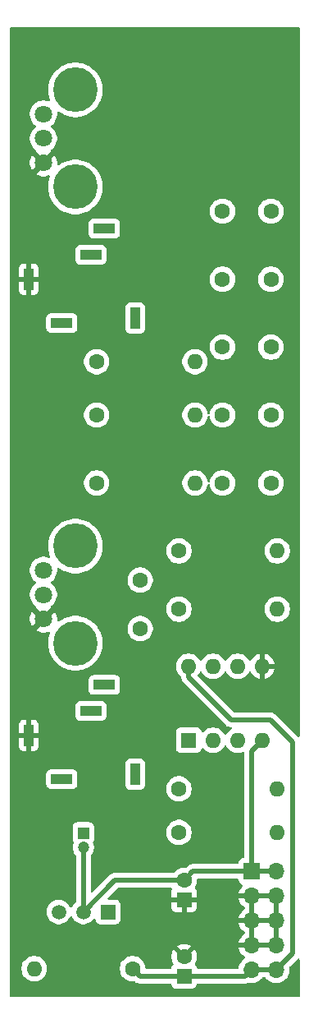
<source format=gbr>
G04 #@! TF.GenerationSoftware,KiCad,Pcbnew,9.0.0*
G04 #@! TF.CreationDate,2025-02-23T16:04:55-07:00*
G04 #@! TF.ProjectId,Noise_Gen_THT,4e6f6973-655f-4476-956e-5f5448542e6b,rev?*
G04 #@! TF.SameCoordinates,Original*
G04 #@! TF.FileFunction,Copper,L2,Bot*
G04 #@! TF.FilePolarity,Positive*
%FSLAX46Y46*%
G04 Gerber Fmt 4.6, Leading zero omitted, Abs format (unit mm)*
G04 Created by KiCad (PCBNEW 9.0.0) date 2025-02-23 16:04:55*
%MOMM*%
%LPD*%
G01*
G04 APERTURE LIST*
G04 #@! TA.AperFunction,ComponentPad*
%ADD10R,1.000000X2.200000*%
G04 #@! TD*
G04 #@! TA.AperFunction,ComponentPad*
%ADD11R,2.200000X1.000000*%
G04 #@! TD*
G04 #@! TA.AperFunction,ComponentPad*
%ADD12C,4.600000*%
G04 #@! TD*
G04 #@! TA.AperFunction,ComponentPad*
%ADD13C,1.800000*%
G04 #@! TD*
G04 #@! TA.AperFunction,ComponentPad*
%ADD14R,1.200000X1.200000*%
G04 #@! TD*
G04 #@! TA.AperFunction,ComponentPad*
%ADD15C,1.200000*%
G04 #@! TD*
G04 #@! TA.AperFunction,ComponentPad*
%ADD16C,1.600000*%
G04 #@! TD*
G04 #@! TA.AperFunction,ComponentPad*
%ADD17R,1.600000X1.600000*%
G04 #@! TD*
G04 #@! TA.AperFunction,ComponentPad*
%ADD18R,1.700000X1.700000*%
G04 #@! TD*
G04 #@! TA.AperFunction,ComponentPad*
%ADD19O,1.700000X1.700000*%
G04 #@! TD*
G04 #@! TA.AperFunction,ComponentPad*
%ADD20R,1.520000X1.520000*%
G04 #@! TD*
G04 #@! TA.AperFunction,ComponentPad*
%ADD21C,1.520000*%
G04 #@! TD*
G04 #@! TA.AperFunction,ComponentPad*
%ADD22O,1.600000X1.600000*%
G04 #@! TD*
G04 #@! TA.AperFunction,Conductor*
%ADD23C,0.500000*%
G04 #@! TD*
G04 APERTURE END LIST*
D10*
X2000000Y-26000000D03*
X13000000Y-30000000D03*
D11*
X5400000Y-30500000D03*
X8400000Y-23500000D03*
X9800000Y-20800000D03*
D10*
X2000000Y-73000000D03*
X13000000Y-77000000D03*
D11*
X5400000Y-77500000D03*
X8400000Y-70500000D03*
X9800000Y-67800000D03*
D12*
X6800000Y-16500000D03*
X6800000Y-6500000D03*
D13*
X3500000Y-9000000D03*
X3500000Y-11500000D03*
X3500000Y-14000000D03*
D12*
X6800000Y-63500000D03*
X6800000Y-53500000D03*
D13*
X3500000Y-56000000D03*
X3500000Y-58500000D03*
X3500000Y-61000000D03*
D14*
X7620000Y-83058000D03*
D15*
X7620000Y-84558000D03*
D16*
X22000000Y-40000000D03*
X27000000Y-40000000D03*
X22000000Y-33000000D03*
X27000000Y-33000000D03*
X22000000Y-26000000D03*
X27000000Y-26000000D03*
X22000000Y-19000000D03*
X27000000Y-19000000D03*
D17*
X18034000Y-97790000D03*
D16*
X18034000Y-95790000D03*
D17*
X18034000Y-89916000D03*
D16*
X18034000Y-87916000D03*
D18*
X25000000Y-87000000D03*
D19*
X27540000Y-87000000D03*
X25000000Y-89540000D03*
X27540000Y-89540000D03*
X25000000Y-92080000D03*
X27540000Y-92080000D03*
X25000000Y-94620000D03*
X27540000Y-94620000D03*
X25000000Y-97160000D03*
X27540000Y-97160000D03*
D20*
X10160000Y-91186000D03*
D21*
X7620000Y-91186000D03*
X5080000Y-91186000D03*
D16*
X12700000Y-97028000D03*
D22*
X2540000Y-97028000D03*
D16*
X17500000Y-78500000D03*
D22*
X27660000Y-78500000D03*
D16*
X17500000Y-83000000D03*
D22*
X27660000Y-83000000D03*
D16*
X17500000Y-60000000D03*
D22*
X27660000Y-60000000D03*
D16*
X17500000Y-54000000D03*
D22*
X27660000Y-54000000D03*
D16*
X9000000Y-47000000D03*
D22*
X19160000Y-47000000D03*
D16*
X9000000Y-40000000D03*
D22*
X19160000Y-40000000D03*
D16*
X9000000Y-34500000D03*
D22*
X19160000Y-34500000D03*
D16*
X22000000Y-47000000D03*
X27000000Y-47000000D03*
D17*
X18500000Y-73500000D03*
D22*
X21040000Y-73500000D03*
X23580000Y-73500000D03*
X26120000Y-73500000D03*
X26120000Y-65880000D03*
X23580000Y-65880000D03*
X21040000Y-65880000D03*
X18500000Y-65880000D03*
D16*
X13500000Y-62000000D03*
X13500000Y-57000000D03*
D23*
X27540000Y-87000000D02*
X25000000Y-87000000D01*
X7620000Y-84558000D02*
X7620000Y-91186000D01*
X18950000Y-87000000D02*
X18034000Y-87916000D01*
X25000000Y-87000000D02*
X18950000Y-87000000D01*
X25000000Y-74620000D02*
X26120000Y-73500000D01*
X10890000Y-87916000D02*
X7620000Y-91186000D01*
X18034000Y-87916000D02*
X10890000Y-87916000D01*
X25000000Y-87000000D02*
X25000000Y-74620000D01*
X25000000Y-97160000D02*
X24370000Y-97790000D01*
X22862630Y-71374000D02*
X26924000Y-71374000D01*
X13462000Y-97790000D02*
X12700000Y-97028000D01*
X26924000Y-71374000D02*
X29210000Y-73660000D01*
X18500000Y-67011370D02*
X22862630Y-71374000D01*
X29210000Y-73660000D02*
X29210000Y-95490000D01*
X18034000Y-97790000D02*
X13462000Y-97790000D01*
X29210000Y-95490000D02*
X28389999Y-96310001D01*
X18500000Y-65880000D02*
X18500000Y-67011370D01*
X27540000Y-97160000D02*
X25000000Y-97160000D01*
X28389999Y-96310001D02*
X27540000Y-97160000D01*
X24370000Y-97790000D02*
X18034000Y-97790000D01*
G04 #@! TA.AperFunction,Conductor*
G36*
X29914121Y-45502D02*
G01*
X29960614Y-99158D01*
X29972000Y-151500D01*
X29972000Y-73045129D01*
X29951998Y-73113250D01*
X29898342Y-73159743D01*
X29828068Y-73169847D01*
X29763488Y-73140353D01*
X29756905Y-73134224D01*
X27407519Y-70784838D01*
X27407515Y-70784834D01*
X27283284Y-70701826D01*
X27145247Y-70644649D01*
X27071976Y-70630074D01*
X27071975Y-70630073D01*
X26998711Y-70615500D01*
X26998706Y-70615500D01*
X23229001Y-70615500D01*
X23160880Y-70595498D01*
X23139906Y-70578595D01*
X19484999Y-66923688D01*
X19450973Y-66861376D01*
X19456038Y-66790561D01*
X19485000Y-66745497D01*
X19498068Y-66732430D01*
X19619129Y-66565803D01*
X19657734Y-66490034D01*
X19706481Y-66438422D01*
X19775396Y-66421356D01*
X19842598Y-66444257D01*
X19882264Y-66490034D01*
X19920871Y-66565803D01*
X20041932Y-66732430D01*
X20041934Y-66732432D01*
X20041936Y-66732435D01*
X20187564Y-66878063D01*
X20187567Y-66878065D01*
X20187570Y-66878068D01*
X20354197Y-66999129D01*
X20537710Y-67092634D01*
X20733592Y-67156280D01*
X20937019Y-67188500D01*
X20937022Y-67188500D01*
X21142978Y-67188500D01*
X21142981Y-67188500D01*
X21346408Y-67156280D01*
X21542290Y-67092634D01*
X21725803Y-66999129D01*
X21892430Y-66878068D01*
X22038068Y-66732430D01*
X22159129Y-66565803D01*
X22197734Y-66490034D01*
X22246481Y-66438422D01*
X22315396Y-66421356D01*
X22382598Y-66444257D01*
X22422264Y-66490034D01*
X22460871Y-66565803D01*
X22581932Y-66732430D01*
X22581934Y-66732432D01*
X22581936Y-66732435D01*
X22727564Y-66878063D01*
X22727567Y-66878065D01*
X22727570Y-66878068D01*
X22894197Y-66999129D01*
X23077710Y-67092634D01*
X23273592Y-67156280D01*
X23477019Y-67188500D01*
X23477022Y-67188500D01*
X23682978Y-67188500D01*
X23682981Y-67188500D01*
X23886408Y-67156280D01*
X24082290Y-67092634D01*
X24265803Y-66999129D01*
X24432430Y-66878068D01*
X24578068Y-66732430D01*
X24699129Y-66565803D01*
X24738014Y-66489486D01*
X24786759Y-66437874D01*
X24855674Y-66420807D01*
X24922876Y-66443707D01*
X24962545Y-66489487D01*
X25001298Y-66565542D01*
X25122315Y-66732107D01*
X25122317Y-66732110D01*
X25267889Y-66877682D01*
X25267892Y-66877684D01*
X25434454Y-66998699D01*
X25617900Y-67092170D01*
X25617906Y-67092173D01*
X25813705Y-67155791D01*
X25813717Y-67155794D01*
X25865999Y-67164074D01*
X25866000Y-67164074D01*
X25866000Y-66191686D01*
X25874394Y-66200080D01*
X25965606Y-66252741D01*
X26067339Y-66280000D01*
X26172661Y-66280000D01*
X26274394Y-66252741D01*
X26365606Y-66200080D01*
X26374000Y-66191686D01*
X26374000Y-67164074D01*
X26426282Y-67155794D01*
X26426294Y-67155791D01*
X26622093Y-67092173D01*
X26622099Y-67092170D01*
X26805545Y-66998699D01*
X26972107Y-66877684D01*
X26972110Y-66877682D01*
X27117682Y-66732110D01*
X27117684Y-66732107D01*
X27238699Y-66565545D01*
X27332170Y-66382099D01*
X27332173Y-66382093D01*
X27395791Y-66186295D01*
X27404074Y-66134000D01*
X26431686Y-66134000D01*
X26440080Y-66125606D01*
X26492741Y-66034394D01*
X26520000Y-65932661D01*
X26520000Y-65827339D01*
X26492741Y-65725606D01*
X26440080Y-65634394D01*
X26431686Y-65626000D01*
X27404074Y-65626000D01*
X27395791Y-65573704D01*
X27332173Y-65377906D01*
X27332170Y-65377900D01*
X27238699Y-65194454D01*
X27117684Y-65027892D01*
X27117682Y-65027889D01*
X26972110Y-64882317D01*
X26972107Y-64882315D01*
X26805545Y-64761300D01*
X26622099Y-64667829D01*
X26622093Y-64667826D01*
X26426294Y-64604208D01*
X26426296Y-64604208D01*
X26374000Y-64595925D01*
X26374000Y-65568314D01*
X26365606Y-65559920D01*
X26274394Y-65507259D01*
X26172661Y-65480000D01*
X26067339Y-65480000D01*
X25965606Y-65507259D01*
X25874394Y-65559920D01*
X25866000Y-65568314D01*
X25866000Y-64595925D01*
X25813704Y-64604208D01*
X25617906Y-64667826D01*
X25617900Y-64667829D01*
X25434454Y-64761300D01*
X25267892Y-64882315D01*
X25267889Y-64882317D01*
X25122317Y-65027889D01*
X25122315Y-65027892D01*
X25001299Y-65194455D01*
X24962545Y-65270513D01*
X24913796Y-65322127D01*
X24844881Y-65339192D01*
X24777680Y-65316290D01*
X24738013Y-65270511D01*
X24699129Y-65194197D01*
X24578068Y-65027570D01*
X24578065Y-65027567D01*
X24578063Y-65027564D01*
X24432435Y-64881936D01*
X24432432Y-64881934D01*
X24432430Y-64881932D01*
X24306999Y-64790802D01*
X24265806Y-64760873D01*
X24265805Y-64760872D01*
X24265803Y-64760871D01*
X24082290Y-64667366D01*
X24082287Y-64667365D01*
X24082285Y-64667364D01*
X23886412Y-64603721D01*
X23886410Y-64603720D01*
X23886408Y-64603720D01*
X23682981Y-64571500D01*
X23477019Y-64571500D01*
X23273592Y-64603720D01*
X23273590Y-64603720D01*
X23273587Y-64603721D01*
X23077714Y-64667364D01*
X23077708Y-64667367D01*
X22894193Y-64760873D01*
X22727567Y-64881934D01*
X22727564Y-64881936D01*
X22581936Y-65027564D01*
X22581934Y-65027567D01*
X22460873Y-65194193D01*
X22422267Y-65269962D01*
X22373518Y-65321577D01*
X22304603Y-65338643D01*
X22237402Y-65315742D01*
X22197733Y-65269962D01*
X22159129Y-65194197D01*
X22038068Y-65027570D01*
X22038065Y-65027567D01*
X22038063Y-65027564D01*
X21892435Y-64881936D01*
X21892432Y-64881934D01*
X21892430Y-64881932D01*
X21766999Y-64790802D01*
X21725806Y-64760873D01*
X21725805Y-64760872D01*
X21725803Y-64760871D01*
X21542290Y-64667366D01*
X21542287Y-64667365D01*
X21542285Y-64667364D01*
X21346412Y-64603721D01*
X21346410Y-64603720D01*
X21346408Y-64603720D01*
X21142981Y-64571500D01*
X20937019Y-64571500D01*
X20733592Y-64603720D01*
X20733590Y-64603720D01*
X20733587Y-64603721D01*
X20537714Y-64667364D01*
X20537708Y-64667367D01*
X20354193Y-64760873D01*
X20187567Y-64881934D01*
X20187564Y-64881936D01*
X20041936Y-65027564D01*
X20041934Y-65027567D01*
X19920873Y-65194193D01*
X19882267Y-65269962D01*
X19833518Y-65321577D01*
X19764603Y-65338643D01*
X19697402Y-65315742D01*
X19657733Y-65269962D01*
X19619129Y-65194197D01*
X19498068Y-65027570D01*
X19498065Y-65027567D01*
X19498063Y-65027564D01*
X19352435Y-64881936D01*
X19352432Y-64881934D01*
X19352430Y-64881932D01*
X19226999Y-64790802D01*
X19185806Y-64760873D01*
X19185805Y-64760872D01*
X19185803Y-64760871D01*
X19002290Y-64667366D01*
X19002287Y-64667365D01*
X19002285Y-64667364D01*
X18806412Y-64603721D01*
X18806410Y-64603720D01*
X18806408Y-64603720D01*
X18602981Y-64571500D01*
X18397019Y-64571500D01*
X18193592Y-64603720D01*
X18193590Y-64603720D01*
X18193587Y-64603721D01*
X17997714Y-64667364D01*
X17997708Y-64667367D01*
X17814193Y-64760873D01*
X17647567Y-64881934D01*
X17647564Y-64881936D01*
X17501936Y-65027564D01*
X17501934Y-65027567D01*
X17380873Y-65194193D01*
X17287367Y-65377708D01*
X17287364Y-65377714D01*
X17223721Y-65573587D01*
X17223720Y-65573590D01*
X17223720Y-65573592D01*
X17191500Y-65777019D01*
X17191500Y-65982981D01*
X17223702Y-66186295D01*
X17223721Y-66186412D01*
X17229999Y-66205735D01*
X17287366Y-66382290D01*
X17380871Y-66565803D01*
X17501932Y-66732430D01*
X17501934Y-66732432D01*
X17501936Y-66732435D01*
X17647558Y-66878057D01*
X17647564Y-66878062D01*
X17647570Y-66878068D01*
X17689561Y-66908575D01*
X17732914Y-66964795D01*
X17741500Y-67010511D01*
X17741500Y-67086079D01*
X17747995Y-67118727D01*
X17770649Y-67232617D01*
X17827826Y-67370654D01*
X17910834Y-67494885D01*
X22273464Y-71857515D01*
X22273465Y-71857516D01*
X22379114Y-71963165D01*
X22503346Y-72046174D01*
X22641384Y-72103351D01*
X22787924Y-72132500D01*
X22787925Y-72132500D01*
X22856825Y-72132500D01*
X22924946Y-72152502D01*
X22971439Y-72206158D01*
X22981543Y-72276432D01*
X22952049Y-72341012D01*
X22914029Y-72370765D01*
X22895746Y-72380081D01*
X22894193Y-72380873D01*
X22727567Y-72501934D01*
X22727564Y-72501936D01*
X22581936Y-72647564D01*
X22581934Y-72647567D01*
X22460873Y-72814193D01*
X22422267Y-72889962D01*
X22373518Y-72941577D01*
X22304603Y-72958643D01*
X22237402Y-72935742D01*
X22197733Y-72889962D01*
X22159129Y-72814197D01*
X22038068Y-72647570D01*
X22038065Y-72647567D01*
X22038063Y-72647564D01*
X21892435Y-72501936D01*
X21892432Y-72501934D01*
X21892430Y-72501932D01*
X21725803Y-72380871D01*
X21542290Y-72287366D01*
X21542287Y-72287365D01*
X21542285Y-72287364D01*
X21346412Y-72223721D01*
X21346410Y-72223720D01*
X21346408Y-72223720D01*
X21142981Y-72191500D01*
X20937019Y-72191500D01*
X20733592Y-72223720D01*
X20733590Y-72223720D01*
X20733587Y-72223721D01*
X20537714Y-72287364D01*
X20537708Y-72287367D01*
X20354193Y-72380873D01*
X20187567Y-72501934D01*
X20187564Y-72501936D01*
X20041933Y-72647567D01*
X20030484Y-72663326D01*
X19974260Y-72706678D01*
X19903524Y-72712752D01*
X19840733Y-72679618D01*
X19805824Y-72617797D01*
X19803272Y-72602728D01*
X19801990Y-72590804D01*
X19801988Y-72590795D01*
X19750889Y-72453797D01*
X19750887Y-72453792D01*
X19663261Y-72336738D01*
X19546207Y-72249112D01*
X19546202Y-72249110D01*
X19409204Y-72198011D01*
X19409196Y-72198009D01*
X19348649Y-72191500D01*
X19348638Y-72191500D01*
X17651362Y-72191500D01*
X17651350Y-72191500D01*
X17590803Y-72198009D01*
X17590795Y-72198011D01*
X17453797Y-72249110D01*
X17453792Y-72249112D01*
X17336738Y-72336738D01*
X17249112Y-72453792D01*
X17249110Y-72453797D01*
X17198011Y-72590795D01*
X17198009Y-72590803D01*
X17191500Y-72651350D01*
X17191500Y-74348649D01*
X17198009Y-74409196D01*
X17198011Y-74409204D01*
X17249110Y-74546202D01*
X17249112Y-74546207D01*
X17336738Y-74663261D01*
X17453792Y-74750887D01*
X17453794Y-74750888D01*
X17453796Y-74750889D01*
X17512875Y-74772924D01*
X17590795Y-74801988D01*
X17590803Y-74801990D01*
X17651350Y-74808499D01*
X17651355Y-74808499D01*
X17651362Y-74808500D01*
X17651368Y-74808500D01*
X19348632Y-74808500D01*
X19348638Y-74808500D01*
X19348645Y-74808499D01*
X19348649Y-74808499D01*
X19409196Y-74801990D01*
X19409199Y-74801989D01*
X19409201Y-74801989D01*
X19409955Y-74801708D01*
X19440441Y-74790337D01*
X19546204Y-74750889D01*
X19663261Y-74663261D01*
X19750889Y-74546204D01*
X19801989Y-74409201D01*
X19803272Y-74397271D01*
X19830439Y-74331678D01*
X19888756Y-74291186D01*
X19959708Y-74288650D01*
X20020767Y-74324876D01*
X20030480Y-74336668D01*
X20041932Y-74352430D01*
X20041934Y-74352432D01*
X20041937Y-74352436D01*
X20187564Y-74498063D01*
X20187567Y-74498065D01*
X20187570Y-74498068D01*
X20354197Y-74619129D01*
X20537710Y-74712634D01*
X20733592Y-74776280D01*
X20937019Y-74808500D01*
X20937022Y-74808500D01*
X21142978Y-74808500D01*
X21142981Y-74808500D01*
X21346408Y-74776280D01*
X21542290Y-74712634D01*
X21725803Y-74619129D01*
X21892430Y-74498068D01*
X22038068Y-74352430D01*
X22159129Y-74185803D01*
X22197734Y-74110034D01*
X22246481Y-74058422D01*
X22315396Y-74041356D01*
X22382598Y-74064257D01*
X22422264Y-74110034D01*
X22460871Y-74185803D01*
X22581932Y-74352430D01*
X22581934Y-74352432D01*
X22581936Y-74352435D01*
X22727564Y-74498063D01*
X22727567Y-74498065D01*
X22727570Y-74498068D01*
X22894197Y-74619129D01*
X23077710Y-74712634D01*
X23273592Y-74776280D01*
X23477019Y-74808500D01*
X23477022Y-74808500D01*
X23682978Y-74808500D01*
X23682981Y-74808500D01*
X23886408Y-74776280D01*
X24076565Y-74714493D01*
X24147531Y-74712466D01*
X24208329Y-74749129D01*
X24239654Y-74812841D01*
X24241500Y-74834327D01*
X24241500Y-85515500D01*
X24221498Y-85583621D01*
X24167842Y-85630114D01*
X24115500Y-85641500D01*
X24101350Y-85641500D01*
X24040803Y-85648009D01*
X24040795Y-85648011D01*
X23903797Y-85699110D01*
X23903792Y-85699112D01*
X23786738Y-85786738D01*
X23699112Y-85903792D01*
X23699110Y-85903797D01*
X23648011Y-86040795D01*
X23648009Y-86040803D01*
X23641500Y-86101350D01*
X23641500Y-86115500D01*
X23621498Y-86183621D01*
X23567842Y-86230114D01*
X23515500Y-86241500D01*
X18875290Y-86241500D01*
X18728753Y-86270649D01*
X18728750Y-86270650D01*
X18590716Y-86327826D01*
X18466483Y-86410835D01*
X18466482Y-86410836D01*
X18297051Y-86580266D01*
X18234739Y-86614291D01*
X18188247Y-86615619D01*
X18151320Y-86609771D01*
X18136981Y-86607500D01*
X17931019Y-86607500D01*
X17727592Y-86639720D01*
X17727590Y-86639720D01*
X17727587Y-86639721D01*
X17531714Y-86703364D01*
X17531708Y-86703367D01*
X17348193Y-86796873D01*
X17181567Y-86917934D01*
X17181564Y-86917936D01*
X17035936Y-87063564D01*
X17035934Y-87063567D01*
X17005424Y-87105561D01*
X16949202Y-87148915D01*
X16903488Y-87157500D01*
X10815288Y-87157500D01*
X10742024Y-87172073D01*
X10742024Y-87172074D01*
X10705388Y-87179361D01*
X10668752Y-87186649D01*
X10668748Y-87186650D01*
X10611601Y-87210321D01*
X10611602Y-87210322D01*
X10530715Y-87243826D01*
X10520397Y-87250721D01*
X10520389Y-87250725D01*
X10426571Y-87313412D01*
X10406484Y-87326835D01*
X10406482Y-87326836D01*
X10406479Y-87326839D01*
X8593595Y-89139724D01*
X8531283Y-89173750D01*
X8460468Y-89168685D01*
X8403632Y-89126138D01*
X8378821Y-89059618D01*
X8378500Y-89050629D01*
X8378500Y-85419346D01*
X8398502Y-85351225D01*
X8415400Y-85330255D01*
X8465517Y-85280139D01*
X8568074Y-85138981D01*
X8647288Y-84983516D01*
X8701205Y-84817574D01*
X8728500Y-84645241D01*
X8728500Y-84470759D01*
X8701205Y-84298426D01*
X8647288Y-84132484D01*
X8623255Y-84085317D01*
X8610151Y-84015543D01*
X8634654Y-83952607D01*
X8670889Y-83904204D01*
X8721989Y-83767201D01*
X8728500Y-83706638D01*
X8728500Y-82897019D01*
X16191500Y-82897019D01*
X16191500Y-83102981D01*
X16223720Y-83306408D01*
X16287366Y-83502290D01*
X16380871Y-83685803D01*
X16501932Y-83852430D01*
X16501934Y-83852432D01*
X16501936Y-83852435D01*
X16647564Y-83998063D01*
X16647567Y-83998065D01*
X16647570Y-83998068D01*
X16814197Y-84119129D01*
X16997710Y-84212634D01*
X17193592Y-84276280D01*
X17397019Y-84308500D01*
X17397022Y-84308500D01*
X17602978Y-84308500D01*
X17602981Y-84308500D01*
X17806408Y-84276280D01*
X18002290Y-84212634D01*
X18185803Y-84119129D01*
X18352430Y-83998068D01*
X18498068Y-83852430D01*
X18619129Y-83685803D01*
X18712634Y-83502290D01*
X18776280Y-83306408D01*
X18808500Y-83102981D01*
X18808500Y-82897019D01*
X18776280Y-82693592D01*
X18712634Y-82497710D01*
X18619129Y-82314197D01*
X18498068Y-82147570D01*
X18498065Y-82147567D01*
X18498063Y-82147564D01*
X18352435Y-82001936D01*
X18352432Y-82001934D01*
X18352430Y-82001932D01*
X18185803Y-81880871D01*
X18002290Y-81787366D01*
X18002287Y-81787365D01*
X18002285Y-81787364D01*
X17806412Y-81723721D01*
X17806410Y-81723720D01*
X17806408Y-81723720D01*
X17602981Y-81691500D01*
X17397019Y-81691500D01*
X17193592Y-81723720D01*
X17193590Y-81723720D01*
X17193587Y-81723721D01*
X16997714Y-81787364D01*
X16997708Y-81787367D01*
X16814193Y-81880873D01*
X16647567Y-82001934D01*
X16647564Y-82001936D01*
X16501936Y-82147564D01*
X16501934Y-82147567D01*
X16380873Y-82314193D01*
X16287367Y-82497708D01*
X16287364Y-82497714D01*
X16223721Y-82693587D01*
X16223720Y-82693590D01*
X16223720Y-82693592D01*
X16191500Y-82897019D01*
X8728500Y-82897019D01*
X8728500Y-82409362D01*
X8728499Y-82409350D01*
X8721990Y-82348803D01*
X8721988Y-82348795D01*
X8670889Y-82211797D01*
X8670887Y-82211792D01*
X8583261Y-82094738D01*
X8466207Y-82007112D01*
X8466202Y-82007110D01*
X8329204Y-81956011D01*
X8329196Y-81956009D01*
X8268649Y-81949500D01*
X8268638Y-81949500D01*
X6971362Y-81949500D01*
X6971350Y-81949500D01*
X6910803Y-81956009D01*
X6910795Y-81956011D01*
X6773797Y-82007110D01*
X6773792Y-82007112D01*
X6656738Y-82094738D01*
X6569112Y-82211792D01*
X6569110Y-82211797D01*
X6518011Y-82348795D01*
X6518009Y-82348803D01*
X6511500Y-82409350D01*
X6511500Y-83706649D01*
X6518009Y-83767196D01*
X6518011Y-83767204D01*
X6569110Y-83904202D01*
X6605345Y-83952607D01*
X6630155Y-84019128D01*
X6616744Y-84085317D01*
X6592713Y-84132481D01*
X6592710Y-84132488D01*
X6538796Y-84298422D01*
X6538795Y-84298426D01*
X6511500Y-84470759D01*
X6511500Y-84645241D01*
X6538795Y-84817574D01*
X6592712Y-84983516D01*
X6671926Y-85138981D01*
X6774483Y-85280139D01*
X6824596Y-85330252D01*
X6858620Y-85392562D01*
X6861500Y-85419346D01*
X6861500Y-90104930D01*
X6841498Y-90173051D01*
X6809563Y-90206865D01*
X6793625Y-90218444D01*
X6652444Y-90359625D01*
X6535083Y-90521158D01*
X6462267Y-90664068D01*
X6413518Y-90715683D01*
X6344603Y-90732749D01*
X6277402Y-90709848D01*
X6237733Y-90664068D01*
X6164916Y-90521158D01*
X6047555Y-90359625D01*
X5906374Y-90218444D01*
X5744842Y-90101084D01*
X5744841Y-90101083D01*
X5744839Y-90101082D01*
X5566935Y-90010435D01*
X5566932Y-90010434D01*
X5566930Y-90010433D01*
X5377046Y-89948736D01*
X5377042Y-89948735D01*
X5377041Y-89948735D01*
X5179833Y-89917500D01*
X4980167Y-89917500D01*
X4782959Y-89948735D01*
X4782953Y-89948736D01*
X4593069Y-90010433D01*
X4593063Y-90010436D01*
X4415157Y-90101084D01*
X4253625Y-90218444D01*
X4112444Y-90359625D01*
X3995084Y-90521157D01*
X3904436Y-90699063D01*
X3904433Y-90699069D01*
X3842736Y-90888953D01*
X3842735Y-90888958D01*
X3842735Y-90888959D01*
X3811500Y-91086167D01*
X3811500Y-91285833D01*
X3842735Y-91483041D01*
X3842736Y-91483046D01*
X3885310Y-91614075D01*
X3904435Y-91672935D01*
X3982426Y-91826000D01*
X3995084Y-91850842D01*
X4112444Y-92012374D01*
X4253625Y-92153555D01*
X4253628Y-92153557D01*
X4415161Y-92270918D01*
X4593065Y-92361565D01*
X4782959Y-92423265D01*
X4980167Y-92454500D01*
X4980170Y-92454500D01*
X5179830Y-92454500D01*
X5179833Y-92454500D01*
X5377041Y-92423265D01*
X5566935Y-92361565D01*
X5744839Y-92270918D01*
X5906372Y-92153557D01*
X6047557Y-92012372D01*
X6164918Y-91850839D01*
X6237734Y-91707929D01*
X6286481Y-91656316D01*
X6355396Y-91639250D01*
X6422598Y-91662151D01*
X6462265Y-91707929D01*
X6522426Y-91826000D01*
X6535084Y-91850842D01*
X6652444Y-92012374D01*
X6793625Y-92153555D01*
X6793628Y-92153557D01*
X6955161Y-92270918D01*
X7133065Y-92361565D01*
X7322959Y-92423265D01*
X7520167Y-92454500D01*
X7520170Y-92454500D01*
X7719830Y-92454500D01*
X7719833Y-92454500D01*
X7917041Y-92423265D01*
X8106935Y-92361565D01*
X8284839Y-92270918D01*
X8446372Y-92153557D01*
X8587557Y-92012372D01*
X8663565Y-91907756D01*
X8719786Y-91864403D01*
X8790522Y-91858328D01*
X8853314Y-91891459D01*
X8888225Y-91953279D01*
X8891500Y-91981818D01*
X8891500Y-91994649D01*
X8898009Y-92055196D01*
X8898011Y-92055204D01*
X8949110Y-92192202D01*
X8949112Y-92192207D01*
X9036738Y-92309261D01*
X9153792Y-92396887D01*
X9153794Y-92396888D01*
X9153796Y-92396889D01*
X9212875Y-92418924D01*
X9290795Y-92447988D01*
X9290803Y-92447990D01*
X9351350Y-92454499D01*
X9351355Y-92454499D01*
X9351362Y-92454500D01*
X9351368Y-92454500D01*
X10968632Y-92454500D01*
X10968638Y-92454500D01*
X10968645Y-92454499D01*
X10968649Y-92454499D01*
X11029196Y-92447990D01*
X11029199Y-92447989D01*
X11029201Y-92447989D01*
X11166204Y-92396889D01*
X11283261Y-92309261D01*
X11370889Y-92192204D01*
X11421989Y-92055201D01*
X11426594Y-92012374D01*
X11428499Y-91994649D01*
X11428500Y-91994632D01*
X11428500Y-90377367D01*
X11428499Y-90377350D01*
X11421990Y-90316803D01*
X11421988Y-90316795D01*
X11391882Y-90236080D01*
X11370889Y-90179796D01*
X11311966Y-90101084D01*
X11283261Y-90062738D01*
X11166207Y-89975112D01*
X11166202Y-89975110D01*
X11029204Y-89924011D01*
X11029196Y-89924009D01*
X10968649Y-89917500D01*
X10968638Y-89917500D01*
X10265371Y-89917500D01*
X10197250Y-89897498D01*
X10150757Y-89843842D01*
X10140653Y-89773568D01*
X10170147Y-89708988D01*
X10176276Y-89702405D01*
X11167276Y-88711405D01*
X11229588Y-88677379D01*
X11256371Y-88674500D01*
X16678216Y-88674500D01*
X16746337Y-88694502D01*
X16792830Y-88748158D01*
X16802934Y-88818432D01*
X16785391Y-88860767D01*
X16787875Y-88862124D01*
X16783555Y-88870035D01*
X16732505Y-89006906D01*
X16726000Y-89067402D01*
X16726000Y-89662000D01*
X17722314Y-89662000D01*
X17713920Y-89670394D01*
X17661259Y-89761606D01*
X17634000Y-89863339D01*
X17634000Y-89968661D01*
X17661259Y-90070394D01*
X17713920Y-90161606D01*
X17722314Y-90170000D01*
X16726000Y-90170000D01*
X16726000Y-90764597D01*
X16732505Y-90825093D01*
X16783555Y-90961964D01*
X16783555Y-90961965D01*
X16871095Y-91078904D01*
X16988034Y-91166444D01*
X17124906Y-91217494D01*
X17185402Y-91223999D01*
X17185415Y-91224000D01*
X17780000Y-91224000D01*
X17780000Y-90227686D01*
X17788394Y-90236080D01*
X17879606Y-90288741D01*
X17981339Y-90316000D01*
X18086661Y-90316000D01*
X18188394Y-90288741D01*
X18279606Y-90236080D01*
X18288000Y-90227686D01*
X18288000Y-91224000D01*
X18882585Y-91224000D01*
X18882597Y-91223999D01*
X18943093Y-91217494D01*
X19079964Y-91166444D01*
X19079965Y-91166444D01*
X19196904Y-91078904D01*
X19284444Y-90961965D01*
X19284444Y-90961964D01*
X19335494Y-90825093D01*
X19341999Y-90764597D01*
X19342000Y-90764585D01*
X19342000Y-90170000D01*
X18345686Y-90170000D01*
X18354080Y-90161606D01*
X18406741Y-90070394D01*
X18434000Y-89968661D01*
X18434000Y-89863339D01*
X18406741Y-89761606D01*
X18354080Y-89670394D01*
X18345686Y-89662000D01*
X19342000Y-89662000D01*
X19342000Y-89067414D01*
X19341999Y-89067402D01*
X19335494Y-89006906D01*
X19284444Y-88870035D01*
X19284444Y-88870034D01*
X19196904Y-88753096D01*
X19194322Y-88751163D01*
X19192386Y-88748577D01*
X19190532Y-88746723D01*
X19190798Y-88746456D01*
X19151776Y-88694326D01*
X19146713Y-88623510D01*
X19157563Y-88593099D01*
X19246634Y-88418290D01*
X19310280Y-88222408D01*
X19342500Y-88018981D01*
X19342500Y-87884500D01*
X19362502Y-87816379D01*
X19416158Y-87769886D01*
X19468500Y-87758500D01*
X23515500Y-87758500D01*
X23583621Y-87778502D01*
X23630114Y-87832158D01*
X23641500Y-87884500D01*
X23641500Y-87898649D01*
X23648009Y-87959196D01*
X23648011Y-87959204D01*
X23699110Y-88096202D01*
X23699112Y-88096207D01*
X23786738Y-88213261D01*
X23903792Y-88300887D01*
X23903796Y-88300889D01*
X24022224Y-88345061D01*
X24079059Y-88387607D01*
X24103870Y-88454128D01*
X24088778Y-88523502D01*
X24067287Y-88552211D01*
X23964176Y-88655322D01*
X23838536Y-88828249D01*
X23741493Y-89018707D01*
X23741490Y-89018713D01*
X23675440Y-89221995D01*
X23665302Y-89286000D01*
X24569297Y-89286000D01*
X24534075Y-89347007D01*
X24500000Y-89474174D01*
X24500000Y-89605826D01*
X24534075Y-89732993D01*
X24569297Y-89794000D01*
X23665302Y-89794000D01*
X23675440Y-89858004D01*
X23741490Y-90061286D01*
X23741493Y-90061292D01*
X23838536Y-90251750D01*
X23964177Y-90424679D01*
X24115320Y-90575822D01*
X24288256Y-90701468D01*
X24290052Y-90702569D01*
X24290591Y-90703164D01*
X24292258Y-90704376D01*
X24292003Y-90704726D01*
X24337682Y-90755217D01*
X24349288Y-90825259D01*
X24321183Y-90890456D01*
X24292211Y-90915559D01*
X24292258Y-90915624D01*
X24291511Y-90916166D01*
X24290052Y-90917431D01*
X24288256Y-90918531D01*
X24115320Y-91044177D01*
X23964177Y-91195320D01*
X23838536Y-91368249D01*
X23741493Y-91558707D01*
X23741490Y-91558713D01*
X23675440Y-91761995D01*
X23665302Y-91826000D01*
X24569297Y-91826000D01*
X24534075Y-91887007D01*
X24500000Y-92014174D01*
X24500000Y-92145826D01*
X24534075Y-92272993D01*
X24569297Y-92334000D01*
X23665302Y-92334000D01*
X23675440Y-92398004D01*
X23741490Y-92601286D01*
X23741493Y-92601292D01*
X23838536Y-92791750D01*
X23964177Y-92964679D01*
X24115320Y-93115822D01*
X24288256Y-93241468D01*
X24290052Y-93242569D01*
X24290591Y-93243164D01*
X24292258Y-93244376D01*
X24292003Y-93244726D01*
X24337682Y-93295217D01*
X24349288Y-93365259D01*
X24321183Y-93430456D01*
X24292211Y-93455559D01*
X24292258Y-93455624D01*
X24291511Y-93456166D01*
X24290052Y-93457431D01*
X24288256Y-93458531D01*
X24115320Y-93584177D01*
X23964177Y-93735320D01*
X23838536Y-93908249D01*
X23741493Y-94098707D01*
X23741490Y-94098713D01*
X23675440Y-94301995D01*
X23665302Y-94366000D01*
X24569297Y-94366000D01*
X24534075Y-94427007D01*
X24500000Y-94554174D01*
X24500000Y-94685826D01*
X24534075Y-94812993D01*
X24569297Y-94874000D01*
X23665302Y-94874000D01*
X23675440Y-94938004D01*
X23741490Y-95141286D01*
X23741493Y-95141292D01*
X23838536Y-95331750D01*
X23964177Y-95504679D01*
X24115320Y-95655822D01*
X24288244Y-95781460D01*
X24289560Y-95782266D01*
X24289955Y-95782703D01*
X24292258Y-95784376D01*
X24291906Y-95784859D01*
X24337196Y-95834910D01*
X24348809Y-95904950D01*
X24320712Y-95970150D01*
X24291925Y-95995098D01*
X24291996Y-95995196D01*
X24290862Y-95996019D01*
X24289580Y-95997131D01*
X24287998Y-95998100D01*
X24114993Y-96123796D01*
X24114990Y-96123798D01*
X23963798Y-96274990D01*
X23963796Y-96274993D01*
X23838108Y-96447987D01*
X23741029Y-96638515D01*
X23741026Y-96638521D01*
X23690666Y-96793516D01*
X23674951Y-96841884D01*
X23661753Y-96925212D01*
X23631342Y-96989364D01*
X23571073Y-97026891D01*
X23537305Y-97031500D01*
X19465371Y-97031500D01*
X19397250Y-97011498D01*
X19350757Y-96957842D01*
X19340093Y-96918968D01*
X19335990Y-96880803D01*
X19335988Y-96880795D01*
X19284889Y-96743797D01*
X19284887Y-96743792D01*
X19197261Y-96626738D01*
X19194149Y-96624409D01*
X19191817Y-96621294D01*
X19190889Y-96620366D01*
X19191022Y-96620232D01*
X19151602Y-96567573D01*
X19146538Y-96496757D01*
X19157391Y-96466338D01*
X19246170Y-96292099D01*
X19246173Y-96292093D01*
X19309791Y-96096296D01*
X19342000Y-95892938D01*
X19342000Y-95687061D01*
X19309791Y-95483703D01*
X19246173Y-95287906D01*
X19246170Y-95287900D01*
X19152699Y-95104454D01*
X19121583Y-95061626D01*
X19121581Y-95061626D01*
X18434000Y-95749207D01*
X18434000Y-95737339D01*
X18406741Y-95635606D01*
X18354080Y-95544394D01*
X18279606Y-95469920D01*
X18188394Y-95417259D01*
X18086661Y-95390000D01*
X18074790Y-95390000D01*
X18762372Y-94702416D01*
X18719541Y-94671298D01*
X18719540Y-94671297D01*
X18536099Y-94577829D01*
X18536093Y-94577826D01*
X18340294Y-94514208D01*
X18340298Y-94514208D01*
X18136939Y-94482000D01*
X17931061Y-94482000D01*
X17727703Y-94514208D01*
X17531906Y-94577826D01*
X17531900Y-94577829D01*
X17348452Y-94671301D01*
X17305625Y-94702416D01*
X17993209Y-95390000D01*
X17981339Y-95390000D01*
X17879606Y-95417259D01*
X17788394Y-95469920D01*
X17713920Y-95544394D01*
X17661259Y-95635606D01*
X17634000Y-95737339D01*
X17634000Y-95749211D01*
X16946415Y-95061626D01*
X16915301Y-95104452D01*
X16821829Y-95287900D01*
X16821826Y-95287906D01*
X16758208Y-95483703D01*
X16726000Y-95687061D01*
X16726000Y-95892938D01*
X16758208Y-96096296D01*
X16821826Y-96292093D01*
X16821829Y-96292099D01*
X16910608Y-96466338D01*
X16923712Y-96536115D01*
X16897012Y-96601900D01*
X16873857Y-96624404D01*
X16870739Y-96626738D01*
X16783112Y-96743792D01*
X16783110Y-96743797D01*
X16732011Y-96880795D01*
X16732009Y-96880803D01*
X16727907Y-96918968D01*
X16700738Y-96984561D01*
X16642420Y-97025052D01*
X16602629Y-97031500D01*
X14132979Y-97031500D01*
X14064858Y-97011498D01*
X14018365Y-96957842D01*
X14008530Y-96925211D01*
X14008500Y-96925019D01*
X13976280Y-96721592D01*
X13912634Y-96525710D01*
X13819129Y-96342197D01*
X13698068Y-96175570D01*
X13698065Y-96175567D01*
X13698063Y-96175564D01*
X13552435Y-96029936D01*
X13552432Y-96029934D01*
X13552430Y-96029932D01*
X13393599Y-95914535D01*
X13385806Y-95908873D01*
X13385805Y-95908872D01*
X13385803Y-95908871D01*
X13202290Y-95815366D01*
X13202287Y-95815365D01*
X13202285Y-95815364D01*
X13006412Y-95751721D01*
X13006410Y-95751720D01*
X13006408Y-95751720D01*
X12802981Y-95719500D01*
X12597019Y-95719500D01*
X12393592Y-95751720D01*
X12393590Y-95751720D01*
X12393587Y-95751721D01*
X12197714Y-95815364D01*
X12197708Y-95815367D01*
X12014193Y-95908873D01*
X11847567Y-96029934D01*
X11847564Y-96029936D01*
X11701936Y-96175564D01*
X11701934Y-96175567D01*
X11580873Y-96342193D01*
X11487367Y-96525708D01*
X11487364Y-96525714D01*
X11423721Y-96721587D01*
X11423720Y-96721590D01*
X11423720Y-96721592D01*
X11391500Y-96925019D01*
X11391500Y-97130981D01*
X11423720Y-97334408D01*
X11423721Y-97334412D01*
X11470413Y-97478116D01*
X11487366Y-97530290D01*
X11580871Y-97713803D01*
X11701932Y-97880430D01*
X11701934Y-97880432D01*
X11701936Y-97880435D01*
X11847564Y-98026063D01*
X11847567Y-98026065D01*
X11847570Y-98026068D01*
X12014197Y-98147129D01*
X12197710Y-98240634D01*
X12393592Y-98304280D01*
X12597019Y-98336500D01*
X12597022Y-98336500D01*
X12802982Y-98336500D01*
X12813409Y-98334848D01*
X12854246Y-98328380D01*
X12924655Y-98337478D01*
X12963052Y-98363733D01*
X12978485Y-98379166D01*
X13102716Y-98462174D01*
X13240754Y-98519351D01*
X13387294Y-98548500D01*
X13387295Y-98548500D01*
X13536705Y-98548500D01*
X16602629Y-98548500D01*
X16670750Y-98568502D01*
X16717243Y-98622158D01*
X16727907Y-98661032D01*
X16732009Y-98699196D01*
X16732011Y-98699204D01*
X16783110Y-98836202D01*
X16783112Y-98836207D01*
X16870738Y-98953261D01*
X16987792Y-99040887D01*
X16987794Y-99040888D01*
X16987796Y-99040889D01*
X17046875Y-99062924D01*
X17124795Y-99091988D01*
X17124803Y-99091990D01*
X17185350Y-99098499D01*
X17185355Y-99098499D01*
X17185362Y-99098500D01*
X17185368Y-99098500D01*
X18882632Y-99098500D01*
X18882638Y-99098500D01*
X18882645Y-99098499D01*
X18882649Y-99098499D01*
X18943196Y-99091990D01*
X18943199Y-99091989D01*
X18943201Y-99091989D01*
X19080204Y-99040889D01*
X19197261Y-98953261D01*
X19284889Y-98836204D01*
X19335989Y-98699201D01*
X19335990Y-98699196D01*
X19340093Y-98661032D01*
X19367262Y-98595439D01*
X19425580Y-98554948D01*
X19465371Y-98548500D01*
X24444701Y-98548500D01*
X24444705Y-98548500D01*
X24444706Y-98548500D01*
X24517976Y-98533925D01*
X24591247Y-98519351D01*
X24649779Y-98495105D01*
X24656429Y-98493172D01*
X24681530Y-98493237D01*
X24711320Y-98489711D01*
X24893084Y-98518500D01*
X24893087Y-98518500D01*
X25106913Y-98518500D01*
X25106916Y-98518500D01*
X25318116Y-98485049D01*
X25521483Y-98418972D01*
X25712009Y-98321894D01*
X25885004Y-98196206D01*
X26036206Y-98045004D01*
X26090380Y-97970438D01*
X26094783Y-97967043D01*
X26097092Y-97961988D01*
X26122589Y-97945601D01*
X26146602Y-97927085D01*
X26153383Y-97925811D01*
X26156818Y-97923604D01*
X26192316Y-97918500D01*
X26347684Y-97918500D01*
X26415805Y-97938502D01*
X26449618Y-97970438D01*
X26503794Y-98045004D01*
X26503796Y-98045006D01*
X26503798Y-98045009D01*
X26654990Y-98196201D01*
X26654993Y-98196203D01*
X26654996Y-98196206D01*
X26827991Y-98321894D01*
X27018517Y-98418972D01*
X27221878Y-98485047D01*
X27221879Y-98485047D01*
X27221884Y-98485049D01*
X27433084Y-98518500D01*
X27433087Y-98518500D01*
X27646913Y-98518500D01*
X27646916Y-98518500D01*
X27858116Y-98485049D01*
X28061483Y-98418972D01*
X28252009Y-98321894D01*
X28425004Y-98196206D01*
X28576206Y-98045004D01*
X28701894Y-97872009D01*
X28798972Y-97681483D01*
X28865049Y-97478116D01*
X28898500Y-97266916D01*
X28898500Y-97053084D01*
X28884081Y-96962050D01*
X28893180Y-96891641D01*
X28919435Y-96853245D01*
X28930797Y-96841884D01*
X28979165Y-96793516D01*
X29756906Y-96015774D01*
X29819217Y-95981751D01*
X29890032Y-95986815D01*
X29946868Y-96029362D01*
X29971679Y-96095882D01*
X29972000Y-96104871D01*
X29972000Y-99848500D01*
X29951998Y-99916621D01*
X29898342Y-99963114D01*
X29846000Y-99974500D01*
X151500Y-99974500D01*
X83379Y-99954498D01*
X36886Y-99900842D01*
X25500Y-99848500D01*
X25500Y-96925019D01*
X1231500Y-96925019D01*
X1231500Y-97130981D01*
X1263720Y-97334408D01*
X1263721Y-97334412D01*
X1310413Y-97478116D01*
X1327366Y-97530290D01*
X1420871Y-97713803D01*
X1541932Y-97880430D01*
X1541934Y-97880432D01*
X1541936Y-97880435D01*
X1687564Y-98026063D01*
X1687567Y-98026065D01*
X1687570Y-98026068D01*
X1854197Y-98147129D01*
X2037710Y-98240634D01*
X2233592Y-98304280D01*
X2437019Y-98336500D01*
X2437022Y-98336500D01*
X2642978Y-98336500D01*
X2642981Y-98336500D01*
X2846408Y-98304280D01*
X3042290Y-98240634D01*
X3225803Y-98147129D01*
X3392430Y-98026068D01*
X3538068Y-97880430D01*
X3659129Y-97713803D01*
X3752634Y-97530290D01*
X3816280Y-97334408D01*
X3848500Y-97130981D01*
X3848500Y-96925019D01*
X3816280Y-96721592D01*
X3752634Y-96525710D01*
X3659129Y-96342197D01*
X3538068Y-96175570D01*
X3538065Y-96175567D01*
X3538063Y-96175564D01*
X3392435Y-96029936D01*
X3392432Y-96029934D01*
X3392430Y-96029932D01*
X3233599Y-95914535D01*
X3225806Y-95908873D01*
X3225805Y-95908872D01*
X3225803Y-95908871D01*
X3042290Y-95815366D01*
X3042287Y-95815365D01*
X3042285Y-95815364D01*
X2846412Y-95751721D01*
X2846410Y-95751720D01*
X2846408Y-95751720D01*
X2642981Y-95719500D01*
X2437019Y-95719500D01*
X2233592Y-95751720D01*
X2233590Y-95751720D01*
X2233587Y-95751721D01*
X2037714Y-95815364D01*
X2037708Y-95815367D01*
X1854193Y-95908873D01*
X1687567Y-96029934D01*
X1687564Y-96029936D01*
X1541936Y-96175564D01*
X1541934Y-96175567D01*
X1420873Y-96342193D01*
X1327367Y-96525708D01*
X1327364Y-96525714D01*
X1263721Y-96721587D01*
X1263720Y-96721590D01*
X1263720Y-96721592D01*
X1231500Y-96925019D01*
X25500Y-96925019D01*
X25500Y-76951350D01*
X3791500Y-76951350D01*
X3791500Y-78048649D01*
X3798009Y-78109196D01*
X3798011Y-78109204D01*
X3849110Y-78246202D01*
X3849112Y-78246207D01*
X3936738Y-78363261D01*
X4053792Y-78450887D01*
X4053794Y-78450888D01*
X4053796Y-78450889D01*
X4112875Y-78472924D01*
X4190795Y-78501988D01*
X4190803Y-78501990D01*
X4251350Y-78508499D01*
X4251355Y-78508499D01*
X4251362Y-78508500D01*
X4251368Y-78508500D01*
X6548632Y-78508500D01*
X6548638Y-78508500D01*
X6548645Y-78508499D01*
X6548649Y-78508499D01*
X6609196Y-78501990D01*
X6609199Y-78501989D01*
X6609201Y-78501989D01*
X6746204Y-78450889D01*
X6863261Y-78363261D01*
X6950887Y-78246207D01*
X6950887Y-78246206D01*
X6950889Y-78246204D01*
X7001989Y-78109201D01*
X7008500Y-78048638D01*
X7008500Y-76951362D01*
X7008499Y-76951350D01*
X7001990Y-76890803D01*
X7001988Y-76890795D01*
X6950889Y-76753797D01*
X6950887Y-76753792D01*
X6863261Y-76636738D01*
X6746207Y-76549112D01*
X6746202Y-76549110D01*
X6609204Y-76498011D01*
X6609196Y-76498009D01*
X6548649Y-76491500D01*
X6548638Y-76491500D01*
X4251362Y-76491500D01*
X4251350Y-76491500D01*
X4190803Y-76498009D01*
X4190795Y-76498011D01*
X4053797Y-76549110D01*
X4053792Y-76549112D01*
X3936738Y-76636738D01*
X3849112Y-76753792D01*
X3849110Y-76753797D01*
X3798011Y-76890795D01*
X3798009Y-76890803D01*
X3791500Y-76951350D01*
X25500Y-76951350D01*
X25500Y-75851350D01*
X11991500Y-75851350D01*
X11991500Y-78148649D01*
X11998009Y-78209196D01*
X11998011Y-78209204D01*
X12049110Y-78346202D01*
X12049112Y-78346207D01*
X12136738Y-78463261D01*
X12253792Y-78550887D01*
X12253794Y-78550888D01*
X12253796Y-78550889D01*
X12312875Y-78572924D01*
X12390795Y-78601988D01*
X12390803Y-78601990D01*
X12451350Y-78608499D01*
X12451355Y-78608499D01*
X12451362Y-78608500D01*
X12451368Y-78608500D01*
X13548632Y-78608500D01*
X13548638Y-78608500D01*
X13548645Y-78608499D01*
X13548649Y-78608499D01*
X13609196Y-78601990D01*
X13609199Y-78601989D01*
X13609201Y-78601989D01*
X13746204Y-78550889D01*
X13863261Y-78463261D01*
X13912849Y-78397019D01*
X16191500Y-78397019D01*
X16191500Y-78602981D01*
X16223720Y-78806408D01*
X16287366Y-79002290D01*
X16380871Y-79185803D01*
X16501932Y-79352430D01*
X16501934Y-79352432D01*
X16501936Y-79352435D01*
X16647564Y-79498063D01*
X16647567Y-79498065D01*
X16647570Y-79498068D01*
X16814197Y-79619129D01*
X16997710Y-79712634D01*
X17193592Y-79776280D01*
X17397019Y-79808500D01*
X17397022Y-79808500D01*
X17602978Y-79808500D01*
X17602981Y-79808500D01*
X17806408Y-79776280D01*
X18002290Y-79712634D01*
X18185803Y-79619129D01*
X18352430Y-79498068D01*
X18498068Y-79352430D01*
X18619129Y-79185803D01*
X18712634Y-79002290D01*
X18776280Y-78806408D01*
X18808500Y-78602981D01*
X18808500Y-78397019D01*
X18776280Y-78193592D01*
X18712634Y-77997710D01*
X18619129Y-77814197D01*
X18498068Y-77647570D01*
X18498065Y-77647567D01*
X18498063Y-77647564D01*
X18352435Y-77501936D01*
X18352432Y-77501934D01*
X18352430Y-77501932D01*
X18185803Y-77380871D01*
X18002290Y-77287366D01*
X18002287Y-77287365D01*
X18002285Y-77287364D01*
X17806412Y-77223721D01*
X17806410Y-77223720D01*
X17806408Y-77223720D01*
X17602981Y-77191500D01*
X17397019Y-77191500D01*
X17193592Y-77223720D01*
X17193590Y-77223720D01*
X17193587Y-77223721D01*
X16997714Y-77287364D01*
X16997708Y-77287367D01*
X16814193Y-77380873D01*
X16647567Y-77501934D01*
X16647564Y-77501936D01*
X16501936Y-77647564D01*
X16501934Y-77647567D01*
X16380873Y-77814193D01*
X16287367Y-77997708D01*
X16287364Y-77997714D01*
X16223721Y-78193587D01*
X16223720Y-78193590D01*
X16223720Y-78193592D01*
X16191500Y-78397019D01*
X13912849Y-78397019D01*
X13950889Y-78346204D01*
X14001989Y-78209201D01*
X14008500Y-78148638D01*
X14008500Y-75851362D01*
X14008499Y-75851350D01*
X14001990Y-75790803D01*
X14001988Y-75790795D01*
X13950889Y-75653797D01*
X13950887Y-75653792D01*
X13863261Y-75536738D01*
X13746207Y-75449112D01*
X13746202Y-75449110D01*
X13609204Y-75398011D01*
X13609196Y-75398009D01*
X13548649Y-75391500D01*
X13548638Y-75391500D01*
X12451362Y-75391500D01*
X12451350Y-75391500D01*
X12390803Y-75398009D01*
X12390795Y-75398011D01*
X12253797Y-75449110D01*
X12253792Y-75449112D01*
X12136738Y-75536738D01*
X12049112Y-75653792D01*
X12049110Y-75653797D01*
X11998011Y-75790795D01*
X11998009Y-75790803D01*
X11991500Y-75851350D01*
X25500Y-75851350D01*
X25500Y-74148597D01*
X992000Y-74148597D01*
X998505Y-74209093D01*
X1049555Y-74345964D01*
X1049555Y-74345965D01*
X1137095Y-74462904D01*
X1254034Y-74550444D01*
X1390906Y-74601494D01*
X1451402Y-74607999D01*
X1451415Y-74608000D01*
X1746000Y-74608000D01*
X2254000Y-74608000D01*
X2548585Y-74608000D01*
X2548597Y-74607999D01*
X2609093Y-74601494D01*
X2745964Y-74550444D01*
X2745965Y-74550444D01*
X2862904Y-74462904D01*
X2950444Y-74345965D01*
X2950444Y-74345964D01*
X3001494Y-74209093D01*
X3007999Y-74148597D01*
X3008000Y-74148585D01*
X3008000Y-73254000D01*
X2254000Y-73254000D01*
X2254000Y-74608000D01*
X1746000Y-74608000D01*
X1746000Y-73254000D01*
X992000Y-73254000D01*
X992000Y-74148597D01*
X25500Y-74148597D01*
X25500Y-71851402D01*
X992000Y-71851402D01*
X992000Y-72746000D01*
X1746000Y-72746000D01*
X1746000Y-72560218D01*
X1800000Y-72560218D01*
X1800000Y-73439782D01*
X1830448Y-73513291D01*
X1886709Y-73569552D01*
X1960218Y-73600000D01*
X2039782Y-73600000D01*
X2113291Y-73569552D01*
X2169552Y-73513291D01*
X2200000Y-73439782D01*
X2200000Y-72746000D01*
X2254000Y-72746000D01*
X3008000Y-72746000D01*
X3008000Y-71851414D01*
X3007999Y-71851402D01*
X3001494Y-71790906D01*
X2950444Y-71654035D01*
X2950444Y-71654034D01*
X2862904Y-71537095D01*
X2745965Y-71449555D01*
X2609093Y-71398505D01*
X2548597Y-71392000D01*
X2254000Y-71392000D01*
X2254000Y-72746000D01*
X2200000Y-72746000D01*
X2200000Y-72560218D01*
X2169552Y-72486709D01*
X2113291Y-72430448D01*
X2039782Y-72400000D01*
X1960218Y-72400000D01*
X1886709Y-72430448D01*
X1830448Y-72486709D01*
X1800000Y-72560218D01*
X1746000Y-72560218D01*
X1746000Y-71392000D01*
X1451402Y-71392000D01*
X1390906Y-71398505D01*
X1254035Y-71449555D01*
X1254034Y-71449555D01*
X1137095Y-71537095D01*
X1049555Y-71654034D01*
X1049555Y-71654035D01*
X998505Y-71790906D01*
X992000Y-71851402D01*
X25500Y-71851402D01*
X25500Y-69951350D01*
X6791500Y-69951350D01*
X6791500Y-71048649D01*
X6798009Y-71109196D01*
X6798011Y-71109204D01*
X6849110Y-71246202D01*
X6849112Y-71246207D01*
X6936738Y-71363261D01*
X7053792Y-71450887D01*
X7053794Y-71450888D01*
X7053796Y-71450889D01*
X7112875Y-71472924D01*
X7190795Y-71501988D01*
X7190803Y-71501990D01*
X7251350Y-71508499D01*
X7251355Y-71508499D01*
X7251362Y-71508500D01*
X7251368Y-71508500D01*
X9548632Y-71508500D01*
X9548638Y-71508500D01*
X9548645Y-71508499D01*
X9548649Y-71508499D01*
X9609196Y-71501990D01*
X9609199Y-71501989D01*
X9609201Y-71501989D01*
X9746204Y-71450889D01*
X9863261Y-71363261D01*
X9950889Y-71246204D01*
X10001989Y-71109201D01*
X10008500Y-71048638D01*
X10008500Y-69951362D01*
X10008499Y-69951350D01*
X10001990Y-69890803D01*
X10001988Y-69890795D01*
X9950889Y-69753797D01*
X9950887Y-69753792D01*
X9863261Y-69636738D01*
X9746207Y-69549112D01*
X9746202Y-69549110D01*
X9609204Y-69498011D01*
X9609196Y-69498009D01*
X9548649Y-69491500D01*
X9548638Y-69491500D01*
X7251362Y-69491500D01*
X7251350Y-69491500D01*
X7190803Y-69498009D01*
X7190795Y-69498011D01*
X7053797Y-69549110D01*
X7053792Y-69549112D01*
X6936738Y-69636738D01*
X6849112Y-69753792D01*
X6849110Y-69753797D01*
X6798011Y-69890795D01*
X6798009Y-69890803D01*
X6791500Y-69951350D01*
X25500Y-69951350D01*
X25500Y-67251350D01*
X8191500Y-67251350D01*
X8191500Y-68348649D01*
X8198009Y-68409196D01*
X8198011Y-68409204D01*
X8249110Y-68546202D01*
X8249112Y-68546207D01*
X8336738Y-68663261D01*
X8453792Y-68750887D01*
X8453794Y-68750888D01*
X8453796Y-68750889D01*
X8512875Y-68772924D01*
X8590795Y-68801988D01*
X8590803Y-68801990D01*
X8651350Y-68808499D01*
X8651355Y-68808499D01*
X8651362Y-68808500D01*
X8651368Y-68808500D01*
X10948632Y-68808500D01*
X10948638Y-68808500D01*
X10948645Y-68808499D01*
X10948649Y-68808499D01*
X11009196Y-68801990D01*
X11009199Y-68801989D01*
X11009201Y-68801989D01*
X11146204Y-68750889D01*
X11263261Y-68663261D01*
X11350889Y-68546204D01*
X11401989Y-68409201D01*
X11408500Y-68348638D01*
X11408500Y-67251362D01*
X11408499Y-67251350D01*
X11401990Y-67190803D01*
X11401988Y-67190795D01*
X11350889Y-67053797D01*
X11350887Y-67053792D01*
X11263261Y-66936738D01*
X11146207Y-66849112D01*
X11146202Y-66849110D01*
X11009204Y-66798011D01*
X11009196Y-66798009D01*
X10948649Y-66791500D01*
X10948638Y-66791500D01*
X8651362Y-66791500D01*
X8651350Y-66791500D01*
X8590803Y-66798009D01*
X8590795Y-66798011D01*
X8453797Y-66849110D01*
X8453792Y-66849112D01*
X8336738Y-66936738D01*
X8249112Y-67053792D01*
X8249110Y-67053797D01*
X8198011Y-67190795D01*
X8198009Y-67190803D01*
X8191500Y-67251350D01*
X25500Y-67251350D01*
X25500Y-55889149D01*
X2091500Y-55889149D01*
X2091500Y-56110851D01*
X2123707Y-56314197D01*
X2126183Y-56329829D01*
X2194690Y-56540671D01*
X2194692Y-56540676D01*
X2295343Y-56738215D01*
X2295345Y-56738218D01*
X2425658Y-56917578D01*
X2582417Y-57074337D01*
X2582420Y-57074339D01*
X2582424Y-57074343D01*
X2621841Y-57102981D01*
X2683892Y-57148064D01*
X2727245Y-57204287D01*
X2733320Y-57275023D01*
X2700188Y-57337815D01*
X2683892Y-57351936D01*
X2582417Y-57425662D01*
X2425658Y-57582421D01*
X2295345Y-57761781D01*
X2194693Y-57959322D01*
X2194690Y-57959328D01*
X2126183Y-58170170D01*
X2126182Y-58170175D01*
X2126182Y-58170176D01*
X2091500Y-58389149D01*
X2091500Y-58610851D01*
X2126182Y-58829824D01*
X2126183Y-58829829D01*
X2194690Y-59040671D01*
X2194692Y-59040676D01*
X2295343Y-59238215D01*
X2295345Y-59238218D01*
X2425658Y-59417578D01*
X2582418Y-59574338D01*
X2582421Y-59574340D01*
X2582424Y-59574343D01*
X2684316Y-59648372D01*
X2727670Y-59704594D01*
X2733745Y-59775331D01*
X2700613Y-59838122D01*
X2700221Y-59838461D01*
X2700035Y-59840825D01*
X3375052Y-60515842D01*
X3307007Y-60534075D01*
X3192993Y-60599901D01*
X3099901Y-60692993D01*
X3034075Y-60807007D01*
X3015842Y-60875052D01*
X2340825Y-60200035D01*
X2340823Y-60200035D01*
X2295772Y-60262043D01*
X2195156Y-60459514D01*
X2195155Y-60459516D01*
X2126670Y-60670289D01*
X2092000Y-60889191D01*
X2092000Y-61110808D01*
X2126670Y-61329710D01*
X2195155Y-61540483D01*
X2195156Y-61540485D01*
X2295770Y-61737952D01*
X2340824Y-61799963D01*
X3015841Y-61124946D01*
X3034075Y-61192993D01*
X3099901Y-61307007D01*
X3192993Y-61400099D01*
X3307007Y-61465925D01*
X3375051Y-61484157D01*
X2700035Y-62159173D01*
X2700035Y-62159174D01*
X2762047Y-62204229D01*
X2959514Y-62304843D01*
X2959516Y-62304844D01*
X3170289Y-62373329D01*
X3389191Y-62408000D01*
X3610809Y-62408000D01*
X3829710Y-62373329D01*
X4026815Y-62309285D01*
X4097783Y-62307257D01*
X4158581Y-62343919D01*
X4189906Y-62407631D01*
X4184682Y-62470733D01*
X4173642Y-62502285D01*
X4097015Y-62721275D01*
X4097012Y-62721283D01*
X4026819Y-63028814D01*
X3991500Y-63342276D01*
X3991500Y-63657723D01*
X4026819Y-63971185D01*
X4063362Y-64131289D01*
X4097012Y-64278718D01*
X4097014Y-64278724D01*
X4097013Y-64278724D01*
X4201189Y-64576442D01*
X4201200Y-64576469D01*
X4338063Y-64860668D01*
X4505890Y-65127762D01*
X4505894Y-65127768D01*
X4702563Y-65374381D01*
X4702572Y-65374391D01*
X4925608Y-65597427D01*
X4925618Y-65597436D01*
X5172231Y-65794105D01*
X5172238Y-65794109D01*
X5172241Y-65794112D01*
X5225122Y-65827339D01*
X5439331Y-65961936D01*
X5439334Y-65961937D01*
X5439335Y-65961938D01*
X5723540Y-66098804D01*
X5723556Y-66098809D01*
X5723557Y-66098810D01*
X6021275Y-66202986D01*
X6021278Y-66202986D01*
X6021282Y-66202988D01*
X6328818Y-66273181D01*
X6551088Y-66298225D01*
X6642276Y-66308500D01*
X6642278Y-66308500D01*
X6957724Y-66308500D01*
X7037332Y-66299529D01*
X7271182Y-66273181D01*
X7578718Y-66202988D01*
X7876460Y-66098804D01*
X8160665Y-65961938D01*
X8427759Y-65794112D01*
X8674383Y-65597435D01*
X8897435Y-65374383D01*
X9094112Y-65127759D01*
X9261938Y-64860665D01*
X9398804Y-64576460D01*
X9502988Y-64278718D01*
X9573181Y-63971182D01*
X9608500Y-63657722D01*
X9608500Y-63342278D01*
X9601063Y-63276278D01*
X9598225Y-63251088D01*
X9573181Y-63028818D01*
X9502988Y-62721282D01*
X9490574Y-62685806D01*
X9398810Y-62423557D01*
X9398809Y-62423556D01*
X9398804Y-62423540D01*
X9261938Y-62139335D01*
X9261937Y-62139334D01*
X9261936Y-62139331D01*
X9207169Y-62052172D01*
X9109681Y-61897019D01*
X12191500Y-61897019D01*
X12191500Y-62102981D01*
X12223720Y-62306408D01*
X12223721Y-62306412D01*
X12261778Y-62423540D01*
X12287366Y-62502290D01*
X12380871Y-62685803D01*
X12501932Y-62852430D01*
X12501934Y-62852432D01*
X12501936Y-62852435D01*
X12647564Y-62998063D01*
X12647567Y-62998065D01*
X12647570Y-62998068D01*
X12814197Y-63119129D01*
X12997710Y-63212634D01*
X13193592Y-63276280D01*
X13397019Y-63308500D01*
X13397022Y-63308500D01*
X13602978Y-63308500D01*
X13602981Y-63308500D01*
X13806408Y-63276280D01*
X14002290Y-63212634D01*
X14185803Y-63119129D01*
X14352430Y-62998068D01*
X14498068Y-62852430D01*
X14619129Y-62685803D01*
X14712634Y-62502290D01*
X14776280Y-62306408D01*
X14808500Y-62102981D01*
X14808500Y-61897019D01*
X14776280Y-61693592D01*
X14712634Y-61497710D01*
X14619129Y-61314197D01*
X14498068Y-61147570D01*
X14498065Y-61147567D01*
X14498063Y-61147564D01*
X14352435Y-61001936D01*
X14352432Y-61001934D01*
X14352430Y-61001932D01*
X14213778Y-60901196D01*
X14185806Y-60880873D01*
X14185805Y-60880872D01*
X14185803Y-60880871D01*
X14002290Y-60787366D01*
X14002287Y-60787365D01*
X14002285Y-60787364D01*
X13806412Y-60723721D01*
X13806410Y-60723720D01*
X13806408Y-60723720D01*
X13602981Y-60691500D01*
X13397019Y-60691500D01*
X13193592Y-60723720D01*
X13193590Y-60723720D01*
X13193587Y-60723721D01*
X12997714Y-60787364D01*
X12997708Y-60787367D01*
X12814193Y-60880873D01*
X12647567Y-61001934D01*
X12647564Y-61001936D01*
X12501936Y-61147564D01*
X12501934Y-61147567D01*
X12380873Y-61314193D01*
X12287367Y-61497708D01*
X12287364Y-61497714D01*
X12223721Y-61693587D01*
X12223720Y-61693590D01*
X12223720Y-61693592D01*
X12191500Y-61897019D01*
X9109681Y-61897019D01*
X9094112Y-61872241D01*
X9094109Y-61872236D01*
X9094105Y-61872231D01*
X8897436Y-61625618D01*
X8897427Y-61625608D01*
X8674391Y-61402572D01*
X8674381Y-61402563D01*
X8427768Y-61205894D01*
X8427762Y-61205890D01*
X8160668Y-61038063D01*
X7876469Y-60901200D01*
X7876464Y-60901198D01*
X7876460Y-60901196D01*
X7876454Y-60901193D01*
X7876442Y-60901189D01*
X7578724Y-60797013D01*
X7271185Y-60726819D01*
X6957724Y-60691500D01*
X6957722Y-60691500D01*
X6642278Y-60691500D01*
X6642276Y-60691500D01*
X6328814Y-60726819D01*
X6021275Y-60797013D01*
X5723557Y-60901189D01*
X5723530Y-60901200D01*
X5439331Y-61038063D01*
X5172237Y-61205890D01*
X5172233Y-61205893D01*
X5106351Y-61258432D01*
X5040621Y-61285266D01*
X4970817Y-61272304D01*
X4919103Y-61223661D01*
X4901897Y-61154781D01*
X4903343Y-61140209D01*
X4908000Y-61110807D01*
X4908000Y-60889191D01*
X4873329Y-60670289D01*
X4804844Y-60459516D01*
X4804843Y-60459514D01*
X4704229Y-60262047D01*
X4659174Y-60200035D01*
X4659173Y-60200035D01*
X3984157Y-60875051D01*
X3965925Y-60807007D01*
X3900099Y-60692993D01*
X3807007Y-60599901D01*
X3692993Y-60534075D01*
X3624946Y-60515841D01*
X4243768Y-59897019D01*
X16191500Y-59897019D01*
X16191500Y-60102981D01*
X16223720Y-60306408D01*
X16287366Y-60502290D01*
X16380871Y-60685803D01*
X16501932Y-60852430D01*
X16501934Y-60852432D01*
X16501936Y-60852435D01*
X16647564Y-60998063D01*
X16647567Y-60998065D01*
X16647570Y-60998068D01*
X16814197Y-61119129D01*
X16997710Y-61212634D01*
X17193592Y-61276280D01*
X17397019Y-61308500D01*
X17397022Y-61308500D01*
X17602978Y-61308500D01*
X17602981Y-61308500D01*
X17806408Y-61276280D01*
X18002290Y-61212634D01*
X18185803Y-61119129D01*
X18352430Y-60998068D01*
X18498068Y-60852430D01*
X18619129Y-60685803D01*
X18712634Y-60502290D01*
X18776280Y-60306408D01*
X18808500Y-60102981D01*
X18808500Y-59897019D01*
X26351500Y-59897019D01*
X26351500Y-60102981D01*
X26383720Y-60306408D01*
X26447366Y-60502290D01*
X26540871Y-60685803D01*
X26661932Y-60852430D01*
X26661934Y-60852432D01*
X26661936Y-60852435D01*
X26807564Y-60998063D01*
X26807567Y-60998065D01*
X26807570Y-60998068D01*
X26974197Y-61119129D01*
X27157710Y-61212634D01*
X27353592Y-61276280D01*
X27557019Y-61308500D01*
X27557022Y-61308500D01*
X27762978Y-61308500D01*
X27762981Y-61308500D01*
X27966408Y-61276280D01*
X28162290Y-61212634D01*
X28345803Y-61119129D01*
X28512430Y-60998068D01*
X28658068Y-60852430D01*
X28779129Y-60685803D01*
X28872634Y-60502290D01*
X28936280Y-60306408D01*
X28968500Y-60102981D01*
X28968500Y-59897019D01*
X28936280Y-59693592D01*
X28872634Y-59497710D01*
X28779129Y-59314197D01*
X28658068Y-59147570D01*
X28658065Y-59147567D01*
X28658063Y-59147564D01*
X28512435Y-59001936D01*
X28512432Y-59001934D01*
X28512430Y-59001932D01*
X28345803Y-58880871D01*
X28162290Y-58787366D01*
X28162287Y-58787365D01*
X28162285Y-58787364D01*
X27966412Y-58723721D01*
X27966410Y-58723720D01*
X27966408Y-58723720D01*
X27762981Y-58691500D01*
X27557019Y-58691500D01*
X27353592Y-58723720D01*
X27353590Y-58723720D01*
X27353587Y-58723721D01*
X27157714Y-58787364D01*
X27157708Y-58787367D01*
X26974193Y-58880873D01*
X26807567Y-59001934D01*
X26807564Y-59001936D01*
X26661936Y-59147564D01*
X26661934Y-59147567D01*
X26540873Y-59314193D01*
X26447367Y-59497708D01*
X26447364Y-59497714D01*
X26383721Y-59693587D01*
X26383720Y-59693590D01*
X26383720Y-59693592D01*
X26351500Y-59897019D01*
X18808500Y-59897019D01*
X18776280Y-59693592D01*
X18712634Y-59497710D01*
X18619129Y-59314197D01*
X18498068Y-59147570D01*
X18498065Y-59147567D01*
X18498063Y-59147564D01*
X18352435Y-59001936D01*
X18352432Y-59001934D01*
X18352430Y-59001932D01*
X18185803Y-58880871D01*
X18002290Y-58787366D01*
X18002287Y-58787365D01*
X18002285Y-58787364D01*
X17806412Y-58723721D01*
X17806410Y-58723720D01*
X17806408Y-58723720D01*
X17602981Y-58691500D01*
X17397019Y-58691500D01*
X17193592Y-58723720D01*
X17193590Y-58723720D01*
X17193587Y-58723721D01*
X16997714Y-58787364D01*
X16997708Y-58787367D01*
X16814193Y-58880873D01*
X16647567Y-59001934D01*
X16647564Y-59001936D01*
X16501936Y-59147564D01*
X16501934Y-59147567D01*
X16380873Y-59314193D01*
X16287367Y-59497708D01*
X16287364Y-59497714D01*
X16223721Y-59693587D01*
X16223720Y-59693590D01*
X16223720Y-59693592D01*
X16191500Y-59897019D01*
X4243768Y-59897019D01*
X4286695Y-59854092D01*
X4267863Y-59782263D01*
X4268696Y-59753724D01*
X4266254Y-59725283D01*
X4269718Y-59718717D01*
X4269935Y-59711297D01*
X4286063Y-59687742D01*
X4299387Y-59662492D01*
X4309136Y-59654044D01*
X4310046Y-59652716D01*
X4311261Y-59652203D01*
X4315676Y-59648377D01*
X4417576Y-59574343D01*
X4574343Y-59417576D01*
X4704657Y-59238215D01*
X4805308Y-59040676D01*
X4873818Y-58829824D01*
X4908500Y-58610851D01*
X4908500Y-58389149D01*
X4873818Y-58170176D01*
X4805308Y-57959324D01*
X4704657Y-57761785D01*
X4574343Y-57582424D01*
X4574341Y-57582421D01*
X4417578Y-57425658D01*
X4316108Y-57351936D01*
X4272754Y-57295713D01*
X4266679Y-57224977D01*
X4299811Y-57162186D01*
X4316108Y-57148064D01*
X4378159Y-57102981D01*
X4417576Y-57074343D01*
X4574343Y-56917576D01*
X4589279Y-56897019D01*
X12191500Y-56897019D01*
X12191500Y-57102981D01*
X12222026Y-57295713D01*
X12223721Y-57306412D01*
X12262466Y-57425658D01*
X12287366Y-57502290D01*
X12380871Y-57685803D01*
X12501932Y-57852430D01*
X12501934Y-57852432D01*
X12501936Y-57852435D01*
X12647564Y-57998063D01*
X12647567Y-57998065D01*
X12647570Y-57998068D01*
X12814197Y-58119129D01*
X12997710Y-58212634D01*
X13193592Y-58276280D01*
X13397019Y-58308500D01*
X13397022Y-58308500D01*
X13602978Y-58308500D01*
X13602981Y-58308500D01*
X13806408Y-58276280D01*
X14002290Y-58212634D01*
X14185803Y-58119129D01*
X14352430Y-57998068D01*
X14498068Y-57852430D01*
X14619129Y-57685803D01*
X14712634Y-57502290D01*
X14776280Y-57306408D01*
X14808500Y-57102981D01*
X14808500Y-56897019D01*
X14776280Y-56693592D01*
X14712634Y-56497710D01*
X14619129Y-56314197D01*
X14498068Y-56147570D01*
X14498065Y-56147567D01*
X14498063Y-56147564D01*
X14352435Y-56001936D01*
X14352432Y-56001934D01*
X14352430Y-56001932D01*
X14185803Y-55880871D01*
X14002290Y-55787366D01*
X14002287Y-55787365D01*
X14002285Y-55787364D01*
X13806412Y-55723721D01*
X13806410Y-55723720D01*
X13806408Y-55723720D01*
X13602981Y-55691500D01*
X13397019Y-55691500D01*
X13193592Y-55723720D01*
X13193590Y-55723720D01*
X13193587Y-55723721D01*
X12997714Y-55787364D01*
X12997708Y-55787367D01*
X12814193Y-55880873D01*
X12647567Y-56001934D01*
X12647564Y-56001936D01*
X12501936Y-56147564D01*
X12501934Y-56147567D01*
X12380873Y-56314193D01*
X12287367Y-56497708D01*
X12287364Y-56497714D01*
X12223721Y-56693587D01*
X12223720Y-56693590D01*
X12223720Y-56693592D01*
X12191500Y-56897019D01*
X4589279Y-56897019D01*
X4704657Y-56738215D01*
X4805308Y-56540676D01*
X4873818Y-56329824D01*
X4908500Y-56110851D01*
X4908500Y-55889149D01*
X4903922Y-55860247D01*
X4913021Y-55789840D01*
X4958743Y-55735525D01*
X5026571Y-55714552D01*
X5094970Y-55733578D01*
X5106931Y-55742029D01*
X5172231Y-55794105D01*
X5172238Y-55794109D01*
X5172241Y-55794112D01*
X5277501Y-55860251D01*
X5439331Y-55961936D01*
X5439334Y-55961937D01*
X5439335Y-55961938D01*
X5723540Y-56098804D01*
X5723556Y-56098809D01*
X5723557Y-56098810D01*
X6021275Y-56202986D01*
X6021278Y-56202986D01*
X6021282Y-56202988D01*
X6328818Y-56273181D01*
X6551088Y-56298225D01*
X6642276Y-56308500D01*
X6642278Y-56308500D01*
X6957724Y-56308500D01*
X7037332Y-56299529D01*
X7271182Y-56273181D01*
X7578718Y-56202988D01*
X7876460Y-56098804D01*
X8160665Y-55961938D01*
X8427759Y-55794112D01*
X8674383Y-55597435D01*
X8897435Y-55374383D01*
X9094112Y-55127759D01*
X9261938Y-54860665D01*
X9398804Y-54576460D01*
X9476942Y-54353153D01*
X9502986Y-54278724D01*
X9502986Y-54278723D01*
X9502988Y-54278718D01*
X9573181Y-53971182D01*
X9581537Y-53897019D01*
X16191500Y-53897019D01*
X16191500Y-54102981D01*
X16223720Y-54306408D01*
X16287366Y-54502290D01*
X16380871Y-54685803D01*
X16501932Y-54852430D01*
X16501934Y-54852432D01*
X16501936Y-54852435D01*
X16647564Y-54998063D01*
X16647567Y-54998065D01*
X16647570Y-54998068D01*
X16814197Y-55119129D01*
X16997710Y-55212634D01*
X17193592Y-55276280D01*
X17397019Y-55308500D01*
X17397022Y-55308500D01*
X17602978Y-55308500D01*
X17602981Y-55308500D01*
X17806408Y-55276280D01*
X18002290Y-55212634D01*
X18185803Y-55119129D01*
X18352430Y-54998068D01*
X18498068Y-54852430D01*
X18619129Y-54685803D01*
X18712634Y-54502290D01*
X18776280Y-54306408D01*
X18808500Y-54102981D01*
X18808500Y-53897019D01*
X26351500Y-53897019D01*
X26351500Y-54102981D01*
X26383720Y-54306408D01*
X26447366Y-54502290D01*
X26540871Y-54685803D01*
X26661932Y-54852430D01*
X26661934Y-54852432D01*
X26661936Y-54852435D01*
X26807564Y-54998063D01*
X26807567Y-54998065D01*
X26807570Y-54998068D01*
X26974197Y-55119129D01*
X27157710Y-55212634D01*
X27353592Y-55276280D01*
X27557019Y-55308500D01*
X27557022Y-55308500D01*
X27762978Y-55308500D01*
X27762981Y-55308500D01*
X27966408Y-55276280D01*
X28162290Y-55212634D01*
X28345803Y-55119129D01*
X28512430Y-54998068D01*
X28658068Y-54852430D01*
X28779129Y-54685803D01*
X28872634Y-54502290D01*
X28936280Y-54306408D01*
X28968500Y-54102981D01*
X28968500Y-53897019D01*
X28936280Y-53693592D01*
X28872634Y-53497710D01*
X28779129Y-53314197D01*
X28658068Y-53147570D01*
X28658065Y-53147567D01*
X28658063Y-53147564D01*
X28512435Y-53001936D01*
X28512432Y-53001934D01*
X28512430Y-53001932D01*
X28345803Y-52880871D01*
X28162290Y-52787366D01*
X28162287Y-52787365D01*
X28162285Y-52787364D01*
X27966412Y-52723721D01*
X27966410Y-52723720D01*
X27966408Y-52723720D01*
X27762981Y-52691500D01*
X27557019Y-52691500D01*
X27353592Y-52723720D01*
X27353590Y-52723720D01*
X27353587Y-52723721D01*
X27157714Y-52787364D01*
X27157708Y-52787367D01*
X26974193Y-52880873D01*
X26807567Y-53001934D01*
X26807564Y-53001936D01*
X26661936Y-53147564D01*
X26661934Y-53147567D01*
X26540873Y-53314193D01*
X26447367Y-53497708D01*
X26447364Y-53497714D01*
X26383721Y-53693587D01*
X26383720Y-53693590D01*
X26383720Y-53693592D01*
X26351500Y-53897019D01*
X18808500Y-53897019D01*
X18776280Y-53693592D01*
X18712634Y-53497710D01*
X18619129Y-53314197D01*
X18498068Y-53147570D01*
X18498065Y-53147567D01*
X18498063Y-53147564D01*
X18352435Y-53001936D01*
X18352432Y-53001934D01*
X18352430Y-53001932D01*
X18185803Y-52880871D01*
X18002290Y-52787366D01*
X18002287Y-52787365D01*
X18002285Y-52787364D01*
X17806412Y-52723721D01*
X17806410Y-52723720D01*
X17806408Y-52723720D01*
X17602981Y-52691500D01*
X17397019Y-52691500D01*
X17193592Y-52723720D01*
X17193590Y-52723720D01*
X17193587Y-52723721D01*
X16997714Y-52787364D01*
X16997708Y-52787367D01*
X16814193Y-52880873D01*
X16647567Y-53001934D01*
X16647564Y-53001936D01*
X16501936Y-53147564D01*
X16501934Y-53147567D01*
X16380873Y-53314193D01*
X16287367Y-53497708D01*
X16287364Y-53497714D01*
X16223721Y-53693587D01*
X16223720Y-53693590D01*
X16223720Y-53693592D01*
X16191500Y-53897019D01*
X9581537Y-53897019D01*
X9608500Y-53657722D01*
X9608500Y-53342278D01*
X9573181Y-53028818D01*
X9502988Y-52721282D01*
X9398804Y-52423540D01*
X9261938Y-52139335D01*
X9261937Y-52139334D01*
X9261936Y-52139331D01*
X9094109Y-51872237D01*
X9094105Y-51872231D01*
X8897436Y-51625618D01*
X8897427Y-51625608D01*
X8674391Y-51402572D01*
X8674381Y-51402563D01*
X8427768Y-51205894D01*
X8427762Y-51205890D01*
X8160668Y-51038063D01*
X7876469Y-50901200D01*
X7876464Y-50901198D01*
X7876460Y-50901196D01*
X7876454Y-50901193D01*
X7876442Y-50901189D01*
X7578724Y-50797013D01*
X7271185Y-50726819D01*
X6957724Y-50691500D01*
X6957722Y-50691500D01*
X6642278Y-50691500D01*
X6642276Y-50691500D01*
X6328814Y-50726819D01*
X6021275Y-50797013D01*
X5723557Y-50901189D01*
X5723530Y-50901200D01*
X5439331Y-51038063D01*
X5172237Y-51205890D01*
X5172231Y-51205894D01*
X4925618Y-51402563D01*
X4925608Y-51402572D01*
X4702572Y-51625608D01*
X4702563Y-51625618D01*
X4505894Y-51872231D01*
X4505890Y-51872237D01*
X4338063Y-52139331D01*
X4201200Y-52423530D01*
X4201189Y-52423557D01*
X4097013Y-52721275D01*
X4026819Y-53028814D01*
X3991500Y-53342276D01*
X3991500Y-53657723D01*
X4026819Y-53971185D01*
X4056900Y-54102977D01*
X4097012Y-54278718D01*
X4097014Y-54278724D01*
X4097013Y-54278724D01*
X4184474Y-54528673D01*
X4188093Y-54599577D01*
X4152804Y-54661183D01*
X4089811Y-54693929D01*
X4026609Y-54690121D01*
X3829827Y-54626183D01*
X3829831Y-54626183D01*
X3789063Y-54619726D01*
X3610851Y-54591500D01*
X3389149Y-54591500D01*
X3170176Y-54626182D01*
X3170170Y-54626183D01*
X2959328Y-54694690D01*
X2959322Y-54694693D01*
X2761781Y-54795345D01*
X2582421Y-54925658D01*
X2425658Y-55082421D01*
X2295345Y-55261781D01*
X2194693Y-55459322D01*
X2194690Y-55459328D01*
X2126183Y-55670170D01*
X2126182Y-55670175D01*
X2126182Y-55670176D01*
X2091500Y-55889149D01*
X25500Y-55889149D01*
X25500Y-46897019D01*
X7691500Y-46897019D01*
X7691500Y-47102981D01*
X7723720Y-47306408D01*
X7787366Y-47502290D01*
X7880871Y-47685803D01*
X8001932Y-47852430D01*
X8001934Y-47852432D01*
X8001936Y-47852435D01*
X8147564Y-47998063D01*
X8147567Y-47998065D01*
X8147570Y-47998068D01*
X8314197Y-48119129D01*
X8497710Y-48212634D01*
X8693592Y-48276280D01*
X8897019Y-48308500D01*
X8897022Y-48308500D01*
X9102978Y-48308500D01*
X9102981Y-48308500D01*
X9306408Y-48276280D01*
X9502290Y-48212634D01*
X9685803Y-48119129D01*
X9852430Y-47998068D01*
X9998068Y-47852430D01*
X10119129Y-47685803D01*
X10212634Y-47502290D01*
X10276280Y-47306408D01*
X10308500Y-47102981D01*
X10308500Y-46897019D01*
X17851500Y-46897019D01*
X17851500Y-47102981D01*
X17883720Y-47306408D01*
X17947366Y-47502290D01*
X18040871Y-47685803D01*
X18161932Y-47852430D01*
X18161934Y-47852432D01*
X18161936Y-47852435D01*
X18307564Y-47998063D01*
X18307567Y-47998065D01*
X18307570Y-47998068D01*
X18474197Y-48119129D01*
X18657710Y-48212634D01*
X18853592Y-48276280D01*
X19057019Y-48308500D01*
X19057022Y-48308500D01*
X19262978Y-48308500D01*
X19262981Y-48308500D01*
X19466408Y-48276280D01*
X19662290Y-48212634D01*
X19845803Y-48119129D01*
X20012430Y-47998068D01*
X20158068Y-47852430D01*
X20279129Y-47685803D01*
X20372634Y-47502290D01*
X20436280Y-47306408D01*
X20455551Y-47184731D01*
X20485964Y-47120580D01*
X20546232Y-47083053D01*
X20617221Y-47084067D01*
X20676393Y-47123300D01*
X20704448Y-47184730D01*
X20723720Y-47306408D01*
X20787366Y-47502290D01*
X20880871Y-47685803D01*
X21001932Y-47852430D01*
X21001934Y-47852432D01*
X21001936Y-47852435D01*
X21147564Y-47998063D01*
X21147567Y-47998065D01*
X21147570Y-47998068D01*
X21314197Y-48119129D01*
X21497710Y-48212634D01*
X21693592Y-48276280D01*
X21897019Y-48308500D01*
X21897022Y-48308500D01*
X22102978Y-48308500D01*
X22102981Y-48308500D01*
X22306408Y-48276280D01*
X22502290Y-48212634D01*
X22685803Y-48119129D01*
X22852430Y-47998068D01*
X22998068Y-47852430D01*
X23119129Y-47685803D01*
X23212634Y-47502290D01*
X23276280Y-47306408D01*
X23308500Y-47102981D01*
X23308500Y-46897019D01*
X25691500Y-46897019D01*
X25691500Y-47102981D01*
X25723720Y-47306408D01*
X25787366Y-47502290D01*
X25880871Y-47685803D01*
X26001932Y-47852430D01*
X26001934Y-47852432D01*
X26001936Y-47852435D01*
X26147564Y-47998063D01*
X26147567Y-47998065D01*
X26147570Y-47998068D01*
X26314197Y-48119129D01*
X26497710Y-48212634D01*
X26693592Y-48276280D01*
X26897019Y-48308500D01*
X26897022Y-48308500D01*
X27102978Y-48308500D01*
X27102981Y-48308500D01*
X27306408Y-48276280D01*
X27502290Y-48212634D01*
X27685803Y-48119129D01*
X27852430Y-47998068D01*
X27998068Y-47852430D01*
X28119129Y-47685803D01*
X28212634Y-47502290D01*
X28276280Y-47306408D01*
X28308500Y-47102981D01*
X28308500Y-46897019D01*
X28276280Y-46693592D01*
X28212634Y-46497710D01*
X28119129Y-46314197D01*
X27998068Y-46147570D01*
X27998065Y-46147567D01*
X27998063Y-46147564D01*
X27852435Y-46001936D01*
X27852432Y-46001934D01*
X27852430Y-46001932D01*
X27685803Y-45880871D01*
X27502290Y-45787366D01*
X27502287Y-45787365D01*
X27502285Y-45787364D01*
X27306412Y-45723721D01*
X27306410Y-45723720D01*
X27306408Y-45723720D01*
X27102981Y-45691500D01*
X26897019Y-45691500D01*
X26693592Y-45723720D01*
X26693590Y-45723720D01*
X26693587Y-45723721D01*
X26497714Y-45787364D01*
X26497708Y-45787367D01*
X26314193Y-45880873D01*
X26147567Y-46001934D01*
X26147564Y-46001936D01*
X26001936Y-46147564D01*
X26001934Y-46147567D01*
X25880873Y-46314193D01*
X25787367Y-46497708D01*
X25787364Y-46497714D01*
X25723721Y-46693587D01*
X25723720Y-46693590D01*
X25723720Y-46693592D01*
X25691500Y-46897019D01*
X23308500Y-46897019D01*
X23276280Y-46693592D01*
X23212634Y-46497710D01*
X23119129Y-46314197D01*
X22998068Y-46147570D01*
X22998065Y-46147567D01*
X22998063Y-46147564D01*
X22852435Y-46001936D01*
X22852432Y-46001934D01*
X22852430Y-46001932D01*
X22685803Y-45880871D01*
X22502290Y-45787366D01*
X22502287Y-45787365D01*
X22502285Y-45787364D01*
X22306412Y-45723721D01*
X22306410Y-45723720D01*
X22306408Y-45723720D01*
X22102981Y-45691500D01*
X21897019Y-45691500D01*
X21693592Y-45723720D01*
X21693590Y-45723720D01*
X21693587Y-45723721D01*
X21497714Y-45787364D01*
X21497708Y-45787367D01*
X21314193Y-45880873D01*
X21147567Y-46001934D01*
X21147564Y-46001936D01*
X21001936Y-46147564D01*
X21001934Y-46147567D01*
X20880873Y-46314193D01*
X20787367Y-46497708D01*
X20787364Y-46497714D01*
X20723721Y-46693587D01*
X20704449Y-46815266D01*
X20674036Y-46879419D01*
X20613768Y-46916946D01*
X20542779Y-46915932D01*
X20483607Y-46876699D01*
X20455551Y-46815266D01*
X20436280Y-46693592D01*
X20372634Y-46497710D01*
X20279129Y-46314197D01*
X20158068Y-46147570D01*
X20158065Y-46147567D01*
X20158063Y-46147564D01*
X20012435Y-46001936D01*
X20012432Y-46001934D01*
X20012430Y-46001932D01*
X19845803Y-45880871D01*
X19662290Y-45787366D01*
X19662287Y-45787365D01*
X19662285Y-45787364D01*
X19466412Y-45723721D01*
X19466410Y-45723720D01*
X19466408Y-45723720D01*
X19262981Y-45691500D01*
X19057019Y-45691500D01*
X18853592Y-45723720D01*
X18853590Y-45723720D01*
X18853587Y-45723721D01*
X18657714Y-45787364D01*
X18657708Y-45787367D01*
X18474193Y-45880873D01*
X18307567Y-46001934D01*
X18307564Y-46001936D01*
X18161936Y-46147564D01*
X18161934Y-46147567D01*
X18040873Y-46314193D01*
X17947367Y-46497708D01*
X17947364Y-46497714D01*
X17883721Y-46693587D01*
X17883720Y-46693590D01*
X17883720Y-46693592D01*
X17851500Y-46897019D01*
X10308500Y-46897019D01*
X10276280Y-46693592D01*
X10212634Y-46497710D01*
X10119129Y-46314197D01*
X9998068Y-46147570D01*
X9998065Y-46147567D01*
X9998063Y-46147564D01*
X9852435Y-46001936D01*
X9852432Y-46001934D01*
X9852430Y-46001932D01*
X9685803Y-45880871D01*
X9502290Y-45787366D01*
X9502287Y-45787365D01*
X9502285Y-45787364D01*
X9306412Y-45723721D01*
X9306410Y-45723720D01*
X9306408Y-45723720D01*
X9102981Y-45691500D01*
X8897019Y-45691500D01*
X8693592Y-45723720D01*
X8693590Y-45723720D01*
X8693587Y-45723721D01*
X8497714Y-45787364D01*
X8497708Y-45787367D01*
X8314193Y-45880873D01*
X8147567Y-46001934D01*
X8147564Y-46001936D01*
X8001936Y-46147564D01*
X8001934Y-46147567D01*
X7880873Y-46314193D01*
X7787367Y-46497708D01*
X7787364Y-46497714D01*
X7723721Y-46693587D01*
X7723720Y-46693590D01*
X7723720Y-46693592D01*
X7691500Y-46897019D01*
X25500Y-46897019D01*
X25500Y-39897019D01*
X7691500Y-39897019D01*
X7691500Y-40102981D01*
X7723720Y-40306408D01*
X7787366Y-40502290D01*
X7880871Y-40685803D01*
X8001932Y-40852430D01*
X8001934Y-40852432D01*
X8001936Y-40852435D01*
X8147564Y-40998063D01*
X8147567Y-40998065D01*
X8147570Y-40998068D01*
X8314197Y-41119129D01*
X8497710Y-41212634D01*
X8693592Y-41276280D01*
X8897019Y-41308500D01*
X8897022Y-41308500D01*
X9102978Y-41308500D01*
X9102981Y-41308500D01*
X9306408Y-41276280D01*
X9502290Y-41212634D01*
X9685803Y-41119129D01*
X9852430Y-40998068D01*
X9998068Y-40852430D01*
X10119129Y-40685803D01*
X10212634Y-40502290D01*
X10276280Y-40306408D01*
X10308500Y-40102981D01*
X10308500Y-39897019D01*
X17851500Y-39897019D01*
X17851500Y-40102981D01*
X17883720Y-40306408D01*
X17947366Y-40502290D01*
X18040871Y-40685803D01*
X18161932Y-40852430D01*
X18161934Y-40852432D01*
X18161936Y-40852435D01*
X18307564Y-40998063D01*
X18307567Y-40998065D01*
X18307570Y-40998068D01*
X18474197Y-41119129D01*
X18657710Y-41212634D01*
X18853592Y-41276280D01*
X19057019Y-41308500D01*
X19057022Y-41308500D01*
X19262978Y-41308500D01*
X19262981Y-41308500D01*
X19466408Y-41276280D01*
X19662290Y-41212634D01*
X19845803Y-41119129D01*
X20012430Y-40998068D01*
X20158068Y-40852430D01*
X20279129Y-40685803D01*
X20372634Y-40502290D01*
X20436280Y-40306408D01*
X20455551Y-40184731D01*
X20485964Y-40120580D01*
X20546232Y-40083053D01*
X20617221Y-40084067D01*
X20676393Y-40123300D01*
X20704448Y-40184730D01*
X20723720Y-40306408D01*
X20787366Y-40502290D01*
X20880871Y-40685803D01*
X21001932Y-40852430D01*
X21001934Y-40852432D01*
X21001936Y-40852435D01*
X21147564Y-40998063D01*
X21147567Y-40998065D01*
X21147570Y-40998068D01*
X21314197Y-41119129D01*
X21497710Y-41212634D01*
X21693592Y-41276280D01*
X21897019Y-41308500D01*
X21897022Y-41308500D01*
X22102978Y-41308500D01*
X22102981Y-41308500D01*
X22306408Y-41276280D01*
X22502290Y-41212634D01*
X22685803Y-41119129D01*
X22852430Y-40998068D01*
X22998068Y-40852430D01*
X23119129Y-40685803D01*
X23212634Y-40502290D01*
X23276280Y-40306408D01*
X23308500Y-40102981D01*
X23308500Y-39897019D01*
X25691500Y-39897019D01*
X25691500Y-40102981D01*
X25723720Y-40306408D01*
X25787366Y-40502290D01*
X25880871Y-40685803D01*
X26001932Y-40852430D01*
X26001934Y-40852432D01*
X26001936Y-40852435D01*
X26147564Y-40998063D01*
X26147567Y-40998065D01*
X26147570Y-40998068D01*
X26314197Y-41119129D01*
X26497710Y-41212634D01*
X26693592Y-41276280D01*
X26897019Y-41308500D01*
X26897022Y-41308500D01*
X27102978Y-41308500D01*
X27102981Y-41308500D01*
X27306408Y-41276280D01*
X27502290Y-41212634D01*
X27685803Y-41119129D01*
X27852430Y-40998068D01*
X27998068Y-40852430D01*
X28119129Y-40685803D01*
X28212634Y-40502290D01*
X28276280Y-40306408D01*
X28308500Y-40102981D01*
X28308500Y-39897019D01*
X28276280Y-39693592D01*
X28212634Y-39497710D01*
X28119129Y-39314197D01*
X27998068Y-39147570D01*
X27998065Y-39147567D01*
X27998063Y-39147564D01*
X27852435Y-39001936D01*
X27852432Y-39001934D01*
X27852430Y-39001932D01*
X27685803Y-38880871D01*
X27502290Y-38787366D01*
X27502287Y-38787365D01*
X27502285Y-38787364D01*
X27306412Y-38723721D01*
X27306410Y-38723720D01*
X27306408Y-38723720D01*
X27102981Y-38691500D01*
X26897019Y-38691500D01*
X26693592Y-38723720D01*
X26693590Y-38723720D01*
X26693587Y-38723721D01*
X26497714Y-38787364D01*
X26497708Y-38787367D01*
X26314193Y-38880873D01*
X26147567Y-39001934D01*
X26147564Y-39001936D01*
X26001936Y-39147564D01*
X26001934Y-39147567D01*
X25880873Y-39314193D01*
X25787367Y-39497708D01*
X25787364Y-39497714D01*
X25723721Y-39693587D01*
X25723720Y-39693590D01*
X25723720Y-39693592D01*
X25691500Y-39897019D01*
X23308500Y-39897019D01*
X23276280Y-39693592D01*
X23212634Y-39497710D01*
X23119129Y-39314197D01*
X22998068Y-39147570D01*
X22998065Y-39147567D01*
X22998063Y-39147564D01*
X22852435Y-39001936D01*
X22852432Y-39001934D01*
X22852430Y-39001932D01*
X22685803Y-38880871D01*
X22502290Y-38787366D01*
X22502287Y-38787365D01*
X22502285Y-38787364D01*
X22306412Y-38723721D01*
X22306410Y-38723720D01*
X22306408Y-38723720D01*
X22102981Y-38691500D01*
X21897019Y-38691500D01*
X21693592Y-38723720D01*
X21693590Y-38723720D01*
X21693587Y-38723721D01*
X21497714Y-38787364D01*
X21497708Y-38787367D01*
X21314193Y-38880873D01*
X21147567Y-39001934D01*
X21147564Y-39001936D01*
X21001936Y-39147564D01*
X21001934Y-39147567D01*
X20880873Y-39314193D01*
X20787367Y-39497708D01*
X20787364Y-39497714D01*
X20723721Y-39693587D01*
X20704449Y-39815266D01*
X20674036Y-39879419D01*
X20613768Y-39916946D01*
X20542779Y-39915932D01*
X20483607Y-39876699D01*
X20455551Y-39815266D01*
X20436280Y-39693592D01*
X20372634Y-39497710D01*
X20279129Y-39314197D01*
X20158068Y-39147570D01*
X20158065Y-39147567D01*
X20158063Y-39147564D01*
X20012435Y-39001936D01*
X20012432Y-39001934D01*
X20012430Y-39001932D01*
X19845803Y-38880871D01*
X19662290Y-38787366D01*
X19662287Y-38787365D01*
X19662285Y-38787364D01*
X19466412Y-38723721D01*
X19466410Y-38723720D01*
X19466408Y-38723720D01*
X19262981Y-38691500D01*
X19057019Y-38691500D01*
X18853592Y-38723720D01*
X18853590Y-38723720D01*
X18853587Y-38723721D01*
X18657714Y-38787364D01*
X18657708Y-38787367D01*
X18474193Y-38880873D01*
X18307567Y-39001934D01*
X18307564Y-39001936D01*
X18161936Y-39147564D01*
X18161934Y-39147567D01*
X18040873Y-39314193D01*
X17947367Y-39497708D01*
X17947364Y-39497714D01*
X17883721Y-39693587D01*
X17883720Y-39693590D01*
X17883720Y-39693592D01*
X17851500Y-39897019D01*
X10308500Y-39897019D01*
X10276280Y-39693592D01*
X10212634Y-39497710D01*
X10119129Y-39314197D01*
X9998068Y-39147570D01*
X9998065Y-39147567D01*
X9998063Y-39147564D01*
X9852435Y-39001936D01*
X9852432Y-39001934D01*
X9852430Y-39001932D01*
X9685803Y-38880871D01*
X9502290Y-38787366D01*
X9502287Y-38787365D01*
X9502285Y-38787364D01*
X9306412Y-38723721D01*
X9306410Y-38723720D01*
X9306408Y-38723720D01*
X9102981Y-38691500D01*
X8897019Y-38691500D01*
X8693592Y-38723720D01*
X8693590Y-38723720D01*
X8693587Y-38723721D01*
X8497714Y-38787364D01*
X8497708Y-38787367D01*
X8314193Y-38880873D01*
X8147567Y-39001934D01*
X8147564Y-39001936D01*
X8001936Y-39147564D01*
X8001934Y-39147567D01*
X7880873Y-39314193D01*
X7787367Y-39497708D01*
X7787364Y-39497714D01*
X7723721Y-39693587D01*
X7723720Y-39693590D01*
X7723720Y-39693592D01*
X7691500Y-39897019D01*
X25500Y-39897019D01*
X25500Y-34397019D01*
X7691500Y-34397019D01*
X7691500Y-34602981D01*
X7723720Y-34806408D01*
X7787366Y-35002290D01*
X7880871Y-35185803D01*
X8001932Y-35352430D01*
X8001934Y-35352432D01*
X8001936Y-35352435D01*
X8147564Y-35498063D01*
X8147567Y-35498065D01*
X8147570Y-35498068D01*
X8314197Y-35619129D01*
X8497710Y-35712634D01*
X8693592Y-35776280D01*
X8897019Y-35808500D01*
X8897022Y-35808500D01*
X9102978Y-35808500D01*
X9102981Y-35808500D01*
X9306408Y-35776280D01*
X9502290Y-35712634D01*
X9685803Y-35619129D01*
X9852430Y-35498068D01*
X9998068Y-35352430D01*
X10119129Y-35185803D01*
X10212634Y-35002290D01*
X10276280Y-34806408D01*
X10308500Y-34602981D01*
X10308500Y-34397019D01*
X17851500Y-34397019D01*
X17851500Y-34602981D01*
X17883720Y-34806408D01*
X17947366Y-35002290D01*
X18040871Y-35185803D01*
X18161932Y-35352430D01*
X18161934Y-35352432D01*
X18161936Y-35352435D01*
X18307564Y-35498063D01*
X18307567Y-35498065D01*
X18307570Y-35498068D01*
X18474197Y-35619129D01*
X18657710Y-35712634D01*
X18853592Y-35776280D01*
X19057019Y-35808500D01*
X19057022Y-35808500D01*
X19262978Y-35808500D01*
X19262981Y-35808500D01*
X19466408Y-35776280D01*
X19662290Y-35712634D01*
X19845803Y-35619129D01*
X20012430Y-35498068D01*
X20158068Y-35352430D01*
X20279129Y-35185803D01*
X20372634Y-35002290D01*
X20436280Y-34806408D01*
X20468500Y-34602981D01*
X20468500Y-34397019D01*
X20436280Y-34193592D01*
X20372634Y-33997710D01*
X20279129Y-33814197D01*
X20158068Y-33647570D01*
X20158065Y-33647567D01*
X20158063Y-33647564D01*
X20012435Y-33501936D01*
X20012432Y-33501934D01*
X20012430Y-33501932D01*
X19845803Y-33380871D01*
X19662290Y-33287366D01*
X19662287Y-33287365D01*
X19662285Y-33287364D01*
X19466412Y-33223721D01*
X19466410Y-33223720D01*
X19466408Y-33223720D01*
X19262981Y-33191500D01*
X19057019Y-33191500D01*
X18853592Y-33223720D01*
X18853590Y-33223720D01*
X18853587Y-33223721D01*
X18657714Y-33287364D01*
X18657708Y-33287367D01*
X18474193Y-33380873D01*
X18307567Y-33501934D01*
X18307564Y-33501936D01*
X18161936Y-33647564D01*
X18161934Y-33647567D01*
X18040873Y-33814193D01*
X17947367Y-33997708D01*
X17947364Y-33997714D01*
X17883721Y-34193587D01*
X17883720Y-34193590D01*
X17883720Y-34193592D01*
X17851500Y-34397019D01*
X10308500Y-34397019D01*
X10276280Y-34193592D01*
X10212634Y-33997710D01*
X10119129Y-33814197D01*
X9998068Y-33647570D01*
X9998065Y-33647567D01*
X9998063Y-33647564D01*
X9852435Y-33501936D01*
X9852432Y-33501934D01*
X9852430Y-33501932D01*
X9685803Y-33380871D01*
X9502290Y-33287366D01*
X9502287Y-33287365D01*
X9502285Y-33287364D01*
X9306412Y-33223721D01*
X9306410Y-33223720D01*
X9306408Y-33223720D01*
X9102981Y-33191500D01*
X8897019Y-33191500D01*
X8693592Y-33223720D01*
X8693590Y-33223720D01*
X8693587Y-33223721D01*
X8497714Y-33287364D01*
X8497708Y-33287367D01*
X8314193Y-33380873D01*
X8147567Y-33501934D01*
X8147564Y-33501936D01*
X8001936Y-33647564D01*
X8001934Y-33647567D01*
X7880873Y-33814193D01*
X7787367Y-33997708D01*
X7787364Y-33997714D01*
X7723721Y-34193587D01*
X7723720Y-34193590D01*
X7723720Y-34193592D01*
X7691500Y-34397019D01*
X25500Y-34397019D01*
X25500Y-32897019D01*
X20691500Y-32897019D01*
X20691500Y-33102981D01*
X20723720Y-33306408D01*
X20723721Y-33306412D01*
X20787249Y-33501932D01*
X20787366Y-33502290D01*
X20880871Y-33685803D01*
X21001932Y-33852430D01*
X21001934Y-33852432D01*
X21001936Y-33852435D01*
X21147564Y-33998063D01*
X21147567Y-33998065D01*
X21147570Y-33998068D01*
X21314197Y-34119129D01*
X21497710Y-34212634D01*
X21693592Y-34276280D01*
X21897019Y-34308500D01*
X21897022Y-34308500D01*
X22102978Y-34308500D01*
X22102981Y-34308500D01*
X22306408Y-34276280D01*
X22502290Y-34212634D01*
X22685803Y-34119129D01*
X22852430Y-33998068D01*
X22998068Y-33852430D01*
X23119129Y-33685803D01*
X23212634Y-33502290D01*
X23276280Y-33306408D01*
X23308500Y-33102981D01*
X23308500Y-32897019D01*
X25691500Y-32897019D01*
X25691500Y-33102981D01*
X25723720Y-33306408D01*
X25723721Y-33306412D01*
X25787249Y-33501932D01*
X25787366Y-33502290D01*
X25880871Y-33685803D01*
X26001932Y-33852430D01*
X26001934Y-33852432D01*
X26001936Y-33852435D01*
X26147564Y-33998063D01*
X26147567Y-33998065D01*
X26147570Y-33998068D01*
X26314197Y-34119129D01*
X26497710Y-34212634D01*
X26693592Y-34276280D01*
X26897019Y-34308500D01*
X26897022Y-34308500D01*
X27102978Y-34308500D01*
X27102981Y-34308500D01*
X27306408Y-34276280D01*
X27502290Y-34212634D01*
X27685803Y-34119129D01*
X27852430Y-33998068D01*
X27998068Y-33852430D01*
X28119129Y-33685803D01*
X28212634Y-33502290D01*
X28276280Y-33306408D01*
X28308500Y-33102981D01*
X28308500Y-32897019D01*
X28276280Y-32693592D01*
X28212634Y-32497710D01*
X28119129Y-32314197D01*
X27998068Y-32147570D01*
X27998065Y-32147567D01*
X27998063Y-32147564D01*
X27852435Y-32001936D01*
X27852432Y-32001934D01*
X27852430Y-32001932D01*
X27685803Y-31880871D01*
X27502290Y-31787366D01*
X27502287Y-31787365D01*
X27502285Y-31787364D01*
X27306412Y-31723721D01*
X27306410Y-31723720D01*
X27306408Y-31723720D01*
X27102981Y-31691500D01*
X26897019Y-31691500D01*
X26693592Y-31723720D01*
X26693590Y-31723720D01*
X26693587Y-31723721D01*
X26497714Y-31787364D01*
X26497708Y-31787367D01*
X26314193Y-31880873D01*
X26147567Y-32001934D01*
X26147564Y-32001936D01*
X26001936Y-32147564D01*
X26001934Y-32147567D01*
X25880873Y-32314193D01*
X25787367Y-32497708D01*
X25787364Y-32497714D01*
X25723721Y-32693587D01*
X25723720Y-32693590D01*
X25723720Y-32693592D01*
X25691500Y-32897019D01*
X23308500Y-32897019D01*
X23276280Y-32693592D01*
X23212634Y-32497710D01*
X23119129Y-32314197D01*
X22998068Y-32147570D01*
X22998065Y-32147567D01*
X22998063Y-32147564D01*
X22852435Y-32001936D01*
X22852432Y-32001934D01*
X22852430Y-32001932D01*
X22685803Y-31880871D01*
X22502290Y-31787366D01*
X22502287Y-31787365D01*
X22502285Y-31787364D01*
X22306412Y-31723721D01*
X22306410Y-31723720D01*
X22306408Y-31723720D01*
X22102981Y-31691500D01*
X21897019Y-31691500D01*
X21693592Y-31723720D01*
X21693590Y-31723720D01*
X21693587Y-31723721D01*
X21497714Y-31787364D01*
X21497708Y-31787367D01*
X21314193Y-31880873D01*
X21147567Y-32001934D01*
X21147564Y-32001936D01*
X21001936Y-32147564D01*
X21001934Y-32147567D01*
X20880873Y-32314193D01*
X20787367Y-32497708D01*
X20787364Y-32497714D01*
X20723721Y-32693587D01*
X20723720Y-32693590D01*
X20723720Y-32693592D01*
X20691500Y-32897019D01*
X25500Y-32897019D01*
X25500Y-29951350D01*
X3791500Y-29951350D01*
X3791500Y-31048649D01*
X3798009Y-31109196D01*
X3798011Y-31109204D01*
X3849110Y-31246202D01*
X3849112Y-31246207D01*
X3936738Y-31363261D01*
X4053792Y-31450887D01*
X4053794Y-31450888D01*
X4053796Y-31450889D01*
X4112875Y-31472924D01*
X4190795Y-31501988D01*
X4190803Y-31501990D01*
X4251350Y-31508499D01*
X4251355Y-31508499D01*
X4251362Y-31508500D01*
X4251368Y-31508500D01*
X6548632Y-31508500D01*
X6548638Y-31508500D01*
X6548645Y-31508499D01*
X6548649Y-31508499D01*
X6609196Y-31501990D01*
X6609199Y-31501989D01*
X6609201Y-31501989D01*
X6746204Y-31450889D01*
X6863261Y-31363261D01*
X6950887Y-31246207D01*
X6950887Y-31246206D01*
X6950889Y-31246204D01*
X7001989Y-31109201D01*
X7008500Y-31048638D01*
X7008500Y-29951362D01*
X7008499Y-29951350D01*
X7001990Y-29890803D01*
X7001988Y-29890795D01*
X6950889Y-29753797D01*
X6950887Y-29753792D01*
X6863261Y-29636738D01*
X6746207Y-29549112D01*
X6746202Y-29549110D01*
X6609204Y-29498011D01*
X6609196Y-29498009D01*
X6548649Y-29491500D01*
X6548638Y-29491500D01*
X4251362Y-29491500D01*
X4251350Y-29491500D01*
X4190803Y-29498009D01*
X4190795Y-29498011D01*
X4053797Y-29549110D01*
X4053792Y-29549112D01*
X3936738Y-29636738D01*
X3849112Y-29753792D01*
X3849110Y-29753797D01*
X3798011Y-29890795D01*
X3798009Y-29890803D01*
X3791500Y-29951350D01*
X25500Y-29951350D01*
X25500Y-28851350D01*
X11991500Y-28851350D01*
X11991500Y-31148649D01*
X11998009Y-31209196D01*
X11998011Y-31209204D01*
X12049110Y-31346202D01*
X12049112Y-31346207D01*
X12136738Y-31463261D01*
X12253792Y-31550887D01*
X12253794Y-31550888D01*
X12253796Y-31550889D01*
X12312875Y-31572924D01*
X12390795Y-31601988D01*
X12390803Y-31601990D01*
X12451350Y-31608499D01*
X12451355Y-31608499D01*
X12451362Y-31608500D01*
X12451368Y-31608500D01*
X13548632Y-31608500D01*
X13548638Y-31608500D01*
X13548645Y-31608499D01*
X13548649Y-31608499D01*
X13609196Y-31601990D01*
X13609199Y-31601989D01*
X13609201Y-31601989D01*
X13746204Y-31550889D01*
X13863261Y-31463261D01*
X13950889Y-31346204D01*
X14001989Y-31209201D01*
X14008500Y-31148638D01*
X14008500Y-28851362D01*
X14008499Y-28851350D01*
X14001990Y-28790803D01*
X14001988Y-28790795D01*
X13950889Y-28653797D01*
X13950887Y-28653792D01*
X13863261Y-28536738D01*
X13746207Y-28449112D01*
X13746202Y-28449110D01*
X13609204Y-28398011D01*
X13609196Y-28398009D01*
X13548649Y-28391500D01*
X13548638Y-28391500D01*
X12451362Y-28391500D01*
X12451350Y-28391500D01*
X12390803Y-28398009D01*
X12390795Y-28398011D01*
X12253797Y-28449110D01*
X12253792Y-28449112D01*
X12136738Y-28536738D01*
X12049112Y-28653792D01*
X12049110Y-28653797D01*
X11998011Y-28790795D01*
X11998009Y-28790803D01*
X11991500Y-28851350D01*
X25500Y-28851350D01*
X25500Y-27148597D01*
X992000Y-27148597D01*
X998505Y-27209093D01*
X1049555Y-27345964D01*
X1049555Y-27345965D01*
X1137095Y-27462904D01*
X1254034Y-27550444D01*
X1390906Y-27601494D01*
X1451402Y-27607999D01*
X1451415Y-27608000D01*
X1746000Y-27608000D01*
X2254000Y-27608000D01*
X2548585Y-27608000D01*
X2548597Y-27607999D01*
X2609093Y-27601494D01*
X2745964Y-27550444D01*
X2745965Y-27550444D01*
X2862904Y-27462904D01*
X2950444Y-27345965D01*
X2950444Y-27345964D01*
X3001494Y-27209093D01*
X3007999Y-27148597D01*
X3008000Y-27148585D01*
X3008000Y-26254000D01*
X2254000Y-26254000D01*
X2254000Y-27608000D01*
X1746000Y-27608000D01*
X1746000Y-26254000D01*
X992000Y-26254000D01*
X992000Y-27148597D01*
X25500Y-27148597D01*
X25500Y-24851402D01*
X992000Y-24851402D01*
X992000Y-25746000D01*
X1746000Y-25746000D01*
X1746000Y-25560218D01*
X1800000Y-25560218D01*
X1800000Y-26439782D01*
X1830448Y-26513291D01*
X1886709Y-26569552D01*
X1960218Y-26600000D01*
X2039782Y-26600000D01*
X2113291Y-26569552D01*
X2169552Y-26513291D01*
X2200000Y-26439782D01*
X2200000Y-25897019D01*
X20691500Y-25897019D01*
X20691500Y-26102981D01*
X20723720Y-26306408D01*
X20787366Y-26502290D01*
X20880871Y-26685803D01*
X21001932Y-26852430D01*
X21001934Y-26852432D01*
X21001936Y-26852435D01*
X21147564Y-26998063D01*
X21147567Y-26998065D01*
X21147570Y-26998068D01*
X21314197Y-27119129D01*
X21497710Y-27212634D01*
X21693592Y-27276280D01*
X21897019Y-27308500D01*
X21897022Y-27308500D01*
X22102978Y-27308500D01*
X22102981Y-27308500D01*
X22306408Y-27276280D01*
X22502290Y-27212634D01*
X22685803Y-27119129D01*
X22852430Y-26998068D01*
X22998068Y-26852430D01*
X23119129Y-26685803D01*
X23212634Y-26502290D01*
X23276280Y-26306408D01*
X23308500Y-26102981D01*
X23308500Y-25897019D01*
X25691500Y-25897019D01*
X25691500Y-26102981D01*
X25723720Y-26306408D01*
X25787366Y-26502290D01*
X25880871Y-26685803D01*
X26001932Y-26852430D01*
X26001934Y-26852432D01*
X26001936Y-26852435D01*
X26147564Y-26998063D01*
X26147567Y-26998065D01*
X26147570Y-26998068D01*
X26314197Y-27119129D01*
X26497710Y-27212634D01*
X26693592Y-27276280D01*
X26897019Y-27308500D01*
X26897022Y-27308500D01*
X27102978Y-27308500D01*
X27102981Y-27308500D01*
X27306408Y-27276280D01*
X27502290Y-27212634D01*
X27685803Y-27119129D01*
X27852430Y-26998068D01*
X27998068Y-26852430D01*
X28119129Y-26685803D01*
X28212634Y-26502290D01*
X28276280Y-26306408D01*
X28308500Y-26102981D01*
X28308500Y-25897019D01*
X28276280Y-25693592D01*
X28212634Y-25497710D01*
X28119129Y-25314197D01*
X27998068Y-25147570D01*
X27998065Y-25147567D01*
X27998063Y-25147564D01*
X27852435Y-25001936D01*
X27852432Y-25001934D01*
X27852430Y-25001932D01*
X27685803Y-24880871D01*
X27502290Y-24787366D01*
X27502287Y-24787365D01*
X27502285Y-24787364D01*
X27306412Y-24723721D01*
X27306410Y-24723720D01*
X27306408Y-24723720D01*
X27102981Y-24691500D01*
X26897019Y-24691500D01*
X26693592Y-24723720D01*
X26693590Y-24723720D01*
X26693587Y-24723721D01*
X26497714Y-24787364D01*
X26497708Y-24787367D01*
X26314193Y-24880873D01*
X26147567Y-25001934D01*
X26147564Y-25001936D01*
X26001936Y-25147564D01*
X26001934Y-25147567D01*
X25880873Y-25314193D01*
X25787367Y-25497708D01*
X25787364Y-25497714D01*
X25723721Y-25693587D01*
X25723720Y-25693590D01*
X25723720Y-25693592D01*
X25691500Y-25897019D01*
X23308500Y-25897019D01*
X23276280Y-25693592D01*
X23212634Y-25497710D01*
X23119129Y-25314197D01*
X22998068Y-25147570D01*
X22998065Y-25147567D01*
X22998063Y-25147564D01*
X22852435Y-25001936D01*
X22852432Y-25001934D01*
X22852430Y-25001932D01*
X22685803Y-24880871D01*
X22502290Y-24787366D01*
X22502287Y-24787365D01*
X22502285Y-24787364D01*
X22306412Y-24723721D01*
X22306410Y-24723720D01*
X22306408Y-24723720D01*
X22102981Y-24691500D01*
X21897019Y-24691500D01*
X21693592Y-24723720D01*
X21693590Y-24723720D01*
X21693587Y-24723721D01*
X21497714Y-24787364D01*
X21497708Y-24787367D01*
X21314193Y-24880873D01*
X21147567Y-25001934D01*
X21147564Y-25001936D01*
X21001936Y-25147564D01*
X21001934Y-25147567D01*
X20880873Y-25314193D01*
X20787367Y-25497708D01*
X20787364Y-25497714D01*
X20723721Y-25693587D01*
X20723720Y-25693590D01*
X20723720Y-25693592D01*
X20691500Y-25897019D01*
X2200000Y-25897019D01*
X2200000Y-25746000D01*
X2254000Y-25746000D01*
X3008000Y-25746000D01*
X3008000Y-24851414D01*
X3007999Y-24851402D01*
X3001494Y-24790906D01*
X2950444Y-24654035D01*
X2950444Y-24654034D01*
X2862904Y-24537095D01*
X2745965Y-24449555D01*
X2609093Y-24398505D01*
X2548597Y-24392000D01*
X2254000Y-24392000D01*
X2254000Y-25746000D01*
X2200000Y-25746000D01*
X2200000Y-25560218D01*
X2169552Y-25486709D01*
X2113291Y-25430448D01*
X2039782Y-25400000D01*
X1960218Y-25400000D01*
X1886709Y-25430448D01*
X1830448Y-25486709D01*
X1800000Y-25560218D01*
X1746000Y-25560218D01*
X1746000Y-24392000D01*
X1451402Y-24392000D01*
X1390906Y-24398505D01*
X1254035Y-24449555D01*
X1254034Y-24449555D01*
X1137095Y-24537095D01*
X1049555Y-24654034D01*
X1049555Y-24654035D01*
X998505Y-24790906D01*
X992000Y-24851402D01*
X25500Y-24851402D01*
X25500Y-22951350D01*
X6791500Y-22951350D01*
X6791500Y-24048649D01*
X6798009Y-24109196D01*
X6798011Y-24109204D01*
X6849110Y-24246202D01*
X6849112Y-24246207D01*
X6936738Y-24363261D01*
X7053792Y-24450887D01*
X7053794Y-24450888D01*
X7053796Y-24450889D01*
X7112875Y-24472924D01*
X7190795Y-24501988D01*
X7190803Y-24501990D01*
X7251350Y-24508499D01*
X7251355Y-24508499D01*
X7251362Y-24508500D01*
X7251368Y-24508500D01*
X9548632Y-24508500D01*
X9548638Y-24508500D01*
X9548645Y-24508499D01*
X9548649Y-24508499D01*
X9609196Y-24501990D01*
X9609199Y-24501989D01*
X9609201Y-24501989D01*
X9746204Y-24450889D01*
X9863261Y-24363261D01*
X9950889Y-24246204D01*
X10001989Y-24109201D01*
X10008500Y-24048638D01*
X10008500Y-22951362D01*
X10008499Y-22951350D01*
X10001990Y-22890803D01*
X10001988Y-22890795D01*
X9950889Y-22753797D01*
X9950887Y-22753792D01*
X9863261Y-22636738D01*
X9746207Y-22549112D01*
X9746202Y-22549110D01*
X9609204Y-22498011D01*
X9609196Y-22498009D01*
X9548649Y-22491500D01*
X9548638Y-22491500D01*
X7251362Y-22491500D01*
X7251350Y-22491500D01*
X7190803Y-22498009D01*
X7190795Y-22498011D01*
X7053797Y-22549110D01*
X7053792Y-22549112D01*
X6936738Y-22636738D01*
X6849112Y-22753792D01*
X6849110Y-22753797D01*
X6798011Y-22890795D01*
X6798009Y-22890803D01*
X6791500Y-22951350D01*
X25500Y-22951350D01*
X25500Y-20251350D01*
X8191500Y-20251350D01*
X8191500Y-21348649D01*
X8198009Y-21409196D01*
X8198011Y-21409204D01*
X8249110Y-21546202D01*
X8249112Y-21546207D01*
X8336738Y-21663261D01*
X8453792Y-21750887D01*
X8453794Y-21750888D01*
X8453796Y-21750889D01*
X8512875Y-21772924D01*
X8590795Y-21801988D01*
X8590803Y-21801990D01*
X8651350Y-21808499D01*
X8651355Y-21808499D01*
X8651362Y-21808500D01*
X8651368Y-21808500D01*
X10948632Y-21808500D01*
X10948638Y-21808500D01*
X10948645Y-21808499D01*
X10948649Y-21808499D01*
X11009196Y-21801990D01*
X11009199Y-21801989D01*
X11009201Y-21801989D01*
X11146204Y-21750889D01*
X11263261Y-21663261D01*
X11350889Y-21546204D01*
X11401989Y-21409201D01*
X11408500Y-21348638D01*
X11408500Y-20251362D01*
X11404337Y-20212635D01*
X11401990Y-20190803D01*
X11401988Y-20190795D01*
X11350889Y-20053797D01*
X11350887Y-20053792D01*
X11263261Y-19936738D01*
X11146207Y-19849112D01*
X11146202Y-19849110D01*
X11009204Y-19798011D01*
X11009196Y-19798009D01*
X10948649Y-19791500D01*
X10948638Y-19791500D01*
X8651362Y-19791500D01*
X8651350Y-19791500D01*
X8590803Y-19798009D01*
X8590795Y-19798011D01*
X8453797Y-19849110D01*
X8453792Y-19849112D01*
X8336738Y-19936738D01*
X8249112Y-20053792D01*
X8249110Y-20053797D01*
X8198011Y-20190795D01*
X8198009Y-20190803D01*
X8191500Y-20251350D01*
X25500Y-20251350D01*
X25500Y-8889149D01*
X2091500Y-8889149D01*
X2091500Y-9110851D01*
X2117211Y-9273181D01*
X2126183Y-9329829D01*
X2194690Y-9540671D01*
X2194692Y-9540676D01*
X2194693Y-9540677D01*
X2295345Y-9738218D01*
X2425658Y-9917578D01*
X2582417Y-10074337D01*
X2582420Y-10074339D01*
X2582424Y-10074343D01*
X2683892Y-10148064D01*
X2727245Y-10204287D01*
X2733320Y-10275023D01*
X2700188Y-10337815D01*
X2683892Y-10351936D01*
X2582417Y-10425662D01*
X2425658Y-10582421D01*
X2295345Y-10761781D01*
X2194693Y-10959322D01*
X2194690Y-10959328D01*
X2126183Y-11170170D01*
X2126182Y-11170175D01*
X2126182Y-11170176D01*
X2091500Y-11389149D01*
X2091500Y-11610851D01*
X2126182Y-11829824D01*
X2126183Y-11829829D01*
X2194690Y-12040671D01*
X2194692Y-12040676D01*
X2194693Y-12040677D01*
X2295345Y-12238218D01*
X2425658Y-12417578D01*
X2582418Y-12574338D01*
X2582421Y-12574340D01*
X2582424Y-12574343D01*
X2684316Y-12648372D01*
X2727670Y-12704594D01*
X2733745Y-12775331D01*
X2700613Y-12838122D01*
X2700221Y-12838461D01*
X2700035Y-12840825D01*
X3375052Y-13515842D01*
X3307007Y-13534075D01*
X3192993Y-13599901D01*
X3099901Y-13692993D01*
X3034075Y-13807007D01*
X3015842Y-13875052D01*
X2340825Y-13200035D01*
X2340823Y-13200035D01*
X2295772Y-13262043D01*
X2195156Y-13459514D01*
X2195155Y-13459516D01*
X2126670Y-13670289D01*
X2092000Y-13889191D01*
X2092000Y-14110808D01*
X2126670Y-14329710D01*
X2195155Y-14540483D01*
X2195156Y-14540485D01*
X2295770Y-14737952D01*
X2340824Y-14799963D01*
X3015841Y-14124946D01*
X3034075Y-14192993D01*
X3099901Y-14307007D01*
X3192993Y-14400099D01*
X3307007Y-14465925D01*
X3375051Y-14484157D01*
X2700035Y-15159173D01*
X2700035Y-15159174D01*
X2762047Y-15204229D01*
X2959514Y-15304843D01*
X2959516Y-15304844D01*
X3170289Y-15373329D01*
X3389191Y-15408000D01*
X3610809Y-15408000D01*
X3829710Y-15373329D01*
X4026815Y-15309285D01*
X4097783Y-15307257D01*
X4158581Y-15343919D01*
X4189906Y-15407631D01*
X4184682Y-15470733D01*
X4132133Y-15620908D01*
X4097015Y-15721275D01*
X4097012Y-15721283D01*
X4026819Y-16028814D01*
X3991500Y-16342276D01*
X3991500Y-16657723D01*
X4026819Y-16971185D01*
X4063362Y-17131289D01*
X4097012Y-17278718D01*
X4097014Y-17278724D01*
X4097013Y-17278724D01*
X4201189Y-17576442D01*
X4201200Y-17576469D01*
X4338063Y-17860668D01*
X4505890Y-18127762D01*
X4505894Y-18127768D01*
X4702563Y-18374381D01*
X4702572Y-18374391D01*
X4925608Y-18597427D01*
X4925618Y-18597436D01*
X5172231Y-18794105D01*
X5172238Y-18794109D01*
X5172241Y-18794112D01*
X5302215Y-18875779D01*
X5439331Y-18961936D01*
X5439334Y-18961937D01*
X5439335Y-18961938D01*
X5723540Y-19098804D01*
X5723556Y-19098809D01*
X5723557Y-19098810D01*
X6021275Y-19202986D01*
X6021278Y-19202986D01*
X6021282Y-19202988D01*
X6328818Y-19273181D01*
X6551088Y-19298225D01*
X6642276Y-19308500D01*
X6642278Y-19308500D01*
X6957724Y-19308500D01*
X7037332Y-19299529D01*
X7271182Y-19273181D01*
X7578718Y-19202988D01*
X7876460Y-19098804D01*
X8160665Y-18961938D01*
X8263983Y-18897019D01*
X20691500Y-18897019D01*
X20691500Y-19102981D01*
X20723720Y-19306408D01*
X20723721Y-19306412D01*
X20724399Y-19308500D01*
X20787366Y-19502290D01*
X20880871Y-19685803D01*
X21001932Y-19852430D01*
X21001934Y-19852432D01*
X21001936Y-19852435D01*
X21147564Y-19998063D01*
X21147567Y-19998065D01*
X21147570Y-19998068D01*
X21314197Y-20119129D01*
X21497710Y-20212634D01*
X21693592Y-20276280D01*
X21897019Y-20308500D01*
X21897022Y-20308500D01*
X22102978Y-20308500D01*
X22102981Y-20308500D01*
X22306408Y-20276280D01*
X22502290Y-20212634D01*
X22685803Y-20119129D01*
X22852430Y-19998068D01*
X22998068Y-19852430D01*
X23119129Y-19685803D01*
X23212634Y-19502290D01*
X23276280Y-19306408D01*
X23308500Y-19102981D01*
X23308500Y-18897019D01*
X25691500Y-18897019D01*
X25691500Y-19102981D01*
X25723720Y-19306408D01*
X25723721Y-19306412D01*
X25724399Y-19308500D01*
X25787366Y-19502290D01*
X25880871Y-19685803D01*
X26001932Y-19852430D01*
X26001934Y-19852432D01*
X26001936Y-19852435D01*
X26147564Y-19998063D01*
X26147567Y-19998065D01*
X26147570Y-19998068D01*
X26314197Y-20119129D01*
X26497710Y-20212634D01*
X26693592Y-20276280D01*
X26897019Y-20308500D01*
X26897022Y-20308500D01*
X27102978Y-20308500D01*
X27102981Y-20308500D01*
X27306408Y-20276280D01*
X27502290Y-20212634D01*
X27685803Y-20119129D01*
X27852430Y-19998068D01*
X27998068Y-19852430D01*
X28119129Y-19685803D01*
X28212634Y-19502290D01*
X28276280Y-19306408D01*
X28308500Y-19102981D01*
X28308500Y-18897019D01*
X28276280Y-18693592D01*
X28212634Y-18497710D01*
X28119129Y-18314197D01*
X27998068Y-18147570D01*
X27998065Y-18147567D01*
X27998063Y-18147564D01*
X27852435Y-18001936D01*
X27852432Y-18001934D01*
X27852430Y-18001932D01*
X27685803Y-17880871D01*
X27502290Y-17787366D01*
X27502287Y-17787365D01*
X27502285Y-17787364D01*
X27306412Y-17723721D01*
X27306410Y-17723720D01*
X27306408Y-17723720D01*
X27102981Y-17691500D01*
X26897019Y-17691500D01*
X26693592Y-17723720D01*
X26693590Y-17723720D01*
X26693587Y-17723721D01*
X26497714Y-17787364D01*
X26497708Y-17787367D01*
X26314193Y-17880873D01*
X26147567Y-18001934D01*
X26147564Y-18001936D01*
X26001936Y-18147564D01*
X26001934Y-18147567D01*
X25880873Y-18314193D01*
X25787367Y-18497708D01*
X25787364Y-18497714D01*
X25723721Y-18693587D01*
X25723720Y-18693590D01*
X25723720Y-18693592D01*
X25691500Y-18897019D01*
X23308500Y-18897019D01*
X23276280Y-18693592D01*
X23212634Y-18497710D01*
X23119129Y-18314197D01*
X22998068Y-18147570D01*
X22998065Y-18147567D01*
X22998063Y-18147564D01*
X22852435Y-18001936D01*
X22852432Y-18001934D01*
X22852430Y-18001932D01*
X22685803Y-17880871D01*
X22502290Y-17787366D01*
X22502287Y-17787365D01*
X22502285Y-17787364D01*
X22306412Y-17723721D01*
X22306410Y-17723720D01*
X22306408Y-17723720D01*
X22102981Y-17691500D01*
X21897019Y-17691500D01*
X21693592Y-17723720D01*
X21693590Y-17723720D01*
X21693587Y-17723721D01*
X21497714Y-17787364D01*
X21497708Y-17787367D01*
X21314193Y-17880873D01*
X21147567Y-18001934D01*
X21147564Y-18001936D01*
X21001936Y-18147564D01*
X21001934Y-18147567D01*
X20880873Y-18314193D01*
X20787367Y-18497708D01*
X20787364Y-18497714D01*
X20723721Y-18693587D01*
X20723720Y-18693590D01*
X20723720Y-18693592D01*
X20691500Y-18897019D01*
X8263983Y-18897019D01*
X8427759Y-18794112D01*
X8427894Y-18794003D01*
X8428460Y-18793554D01*
X8428460Y-18793553D01*
X8440814Y-18783700D01*
X8674383Y-18597435D01*
X8897435Y-18374383D01*
X9094112Y-18127759D01*
X9261938Y-17860665D01*
X9398804Y-17576460D01*
X9502988Y-17278718D01*
X9573181Y-16971182D01*
X9608500Y-16657722D01*
X9608500Y-16342278D01*
X9573181Y-16028818D01*
X9502988Y-15721282D01*
X9415317Y-15470733D01*
X9398810Y-15423557D01*
X9398809Y-15423556D01*
X9398804Y-15423540D01*
X9261938Y-15139335D01*
X9261937Y-15139334D01*
X9261936Y-15139331D01*
X9094109Y-14872237D01*
X9094105Y-14872231D01*
X8897436Y-14625618D01*
X8897427Y-14625608D01*
X8674391Y-14402572D01*
X8674381Y-14402563D01*
X8427768Y-14205894D01*
X8427762Y-14205890D01*
X8160668Y-14038063D01*
X7876469Y-13901200D01*
X7876464Y-13901198D01*
X7876460Y-13901196D01*
X7876454Y-13901193D01*
X7876442Y-13901189D01*
X7578724Y-13797013D01*
X7271185Y-13726819D01*
X6957724Y-13691500D01*
X6957722Y-13691500D01*
X6642278Y-13691500D01*
X6642276Y-13691500D01*
X6328814Y-13726819D01*
X6021275Y-13797013D01*
X5723557Y-13901189D01*
X5723530Y-13901200D01*
X5439331Y-14038063D01*
X5172237Y-14205890D01*
X5172233Y-14205893D01*
X5106351Y-14258432D01*
X5040621Y-14285266D01*
X4970817Y-14272304D01*
X4919103Y-14223661D01*
X4901897Y-14154781D01*
X4903343Y-14140209D01*
X4908000Y-14110807D01*
X4908000Y-13889191D01*
X4873329Y-13670289D01*
X4804844Y-13459516D01*
X4804843Y-13459514D01*
X4704229Y-13262047D01*
X4659174Y-13200035D01*
X4659173Y-13200035D01*
X3984157Y-13875051D01*
X3965925Y-13807007D01*
X3900099Y-13692993D01*
X3807007Y-13599901D01*
X3692993Y-13534075D01*
X3624946Y-13515841D01*
X4299963Y-12840824D01*
X4299177Y-12830839D01*
X4272328Y-12796019D01*
X4266254Y-12725283D01*
X4299387Y-12662492D01*
X4315676Y-12648377D01*
X4417576Y-12574343D01*
X4574343Y-12417576D01*
X4704657Y-12238215D01*
X4805308Y-12040676D01*
X4873818Y-11829824D01*
X4908500Y-11610851D01*
X4908500Y-11389149D01*
X4873818Y-11170176D01*
X4805308Y-10959324D01*
X4704657Y-10761785D01*
X4574343Y-10582424D01*
X4574341Y-10582421D01*
X4417578Y-10425658D01*
X4316108Y-10351936D01*
X4272754Y-10295713D01*
X4266679Y-10224977D01*
X4299811Y-10162186D01*
X4316108Y-10148064D01*
X4417576Y-10074343D01*
X4574343Y-9917576D01*
X4704657Y-9738215D01*
X4805308Y-9540676D01*
X4873818Y-9329824D01*
X4908500Y-9110851D01*
X4908500Y-8889149D01*
X4903922Y-8860247D01*
X4913021Y-8789840D01*
X4958743Y-8735525D01*
X5026571Y-8714552D01*
X5094970Y-8733578D01*
X5106931Y-8742029D01*
X5172231Y-8794105D01*
X5172238Y-8794109D01*
X5172241Y-8794112D01*
X5277501Y-8860251D01*
X5439331Y-8961936D01*
X5439334Y-8961937D01*
X5439335Y-8961938D01*
X5723540Y-9098804D01*
X5723556Y-9098809D01*
X5723557Y-9098810D01*
X6021275Y-9202986D01*
X6021278Y-9202986D01*
X6021282Y-9202988D01*
X6328818Y-9273181D01*
X6551088Y-9298225D01*
X6642276Y-9308500D01*
X6642278Y-9308500D01*
X6957724Y-9308500D01*
X7037332Y-9299529D01*
X7271182Y-9273181D01*
X7578718Y-9202988D01*
X7876460Y-9098804D01*
X8160665Y-8961938D01*
X8427759Y-8794112D01*
X8674383Y-8597435D01*
X8897435Y-8374383D01*
X9094112Y-8127759D01*
X9261938Y-7860665D01*
X9398804Y-7576460D01*
X9502988Y-7278718D01*
X9573181Y-6971182D01*
X9608500Y-6657722D01*
X9608500Y-6342278D01*
X9573181Y-6028818D01*
X9502988Y-5721282D01*
X9398804Y-5423540D01*
X9261938Y-5139335D01*
X9261937Y-5139334D01*
X9261936Y-5139331D01*
X9094109Y-4872237D01*
X9094105Y-4872231D01*
X8897436Y-4625618D01*
X8897427Y-4625608D01*
X8674391Y-4402572D01*
X8674381Y-4402563D01*
X8427768Y-4205894D01*
X8427762Y-4205890D01*
X8160668Y-4038063D01*
X7876469Y-3901200D01*
X7876464Y-3901198D01*
X7876460Y-3901196D01*
X7876454Y-3901193D01*
X7876442Y-3901189D01*
X7578724Y-3797013D01*
X7271185Y-3726819D01*
X6957724Y-3691500D01*
X6957722Y-3691500D01*
X6642278Y-3691500D01*
X6642276Y-3691500D01*
X6328814Y-3726819D01*
X6021275Y-3797013D01*
X5723557Y-3901189D01*
X5723530Y-3901200D01*
X5439331Y-4038063D01*
X5172237Y-4205890D01*
X5172231Y-4205894D01*
X4925618Y-4402563D01*
X4925608Y-4402572D01*
X4702572Y-4625608D01*
X4702563Y-4625618D01*
X4505894Y-4872231D01*
X4505890Y-4872237D01*
X4338063Y-5139331D01*
X4201200Y-5423530D01*
X4201189Y-5423557D01*
X4097013Y-5721275D01*
X4026819Y-6028814D01*
X3991500Y-6342276D01*
X3991500Y-6657723D01*
X4026819Y-6971185D01*
X4063362Y-7131289D01*
X4097012Y-7278718D01*
X4097014Y-7278724D01*
X4097013Y-7278724D01*
X4184474Y-7528673D01*
X4188093Y-7599577D01*
X4152804Y-7661183D01*
X4089811Y-7693929D01*
X4026609Y-7690121D01*
X3829827Y-7626183D01*
X3829831Y-7626183D01*
X3789063Y-7619726D01*
X3610851Y-7591500D01*
X3389149Y-7591500D01*
X3170176Y-7626182D01*
X3170170Y-7626183D01*
X2959328Y-7694690D01*
X2959322Y-7694693D01*
X2761781Y-7795345D01*
X2582421Y-7925658D01*
X2425658Y-8082421D01*
X2295345Y-8261781D01*
X2194693Y-8459322D01*
X2194690Y-8459328D01*
X2126183Y-8670170D01*
X2126182Y-8670175D01*
X2126182Y-8670176D01*
X2091500Y-8889149D01*
X25500Y-8889149D01*
X25500Y-151500D01*
X45502Y-83379D01*
X99158Y-36886D01*
X151500Y-25500D01*
X29846000Y-25500D01*
X29914121Y-45502D01*
G37*
G04 #@! TD.AperFunction*
G04 #@! TA.AperFunction,Conductor*
G36*
X27074075Y-94427007D02*
G01*
X27040000Y-94554174D01*
X27040000Y-94685826D01*
X27074075Y-94812993D01*
X27109297Y-94874000D01*
X25430703Y-94874000D01*
X25465925Y-94812993D01*
X25500000Y-94685826D01*
X25500000Y-94554174D01*
X25465925Y-94427007D01*
X25430703Y-94366000D01*
X27109297Y-94366000D01*
X27074075Y-94427007D01*
G37*
G04 #@! TD.AperFunction*
G04 #@! TA.AperFunction,Conductor*
G36*
X25254000Y-94189297D02*
G01*
X25192993Y-94154075D01*
X25065826Y-94120000D01*
X24934174Y-94120000D01*
X24807007Y-94154075D01*
X24746000Y-94189297D01*
X24746000Y-92510702D01*
X24807007Y-92545925D01*
X24934174Y-92580000D01*
X25065826Y-92580000D01*
X25192993Y-92545925D01*
X25254000Y-92510702D01*
X25254000Y-94189297D01*
G37*
G04 #@! TD.AperFunction*
G04 #@! TA.AperFunction,Conductor*
G36*
X27794000Y-94189297D02*
G01*
X27732993Y-94154075D01*
X27605826Y-94120000D01*
X27474174Y-94120000D01*
X27347007Y-94154075D01*
X27286000Y-94189297D01*
X27286000Y-92510702D01*
X27347007Y-92545925D01*
X27474174Y-92580000D01*
X27605826Y-92580000D01*
X27732993Y-92545925D01*
X27794000Y-92510702D01*
X27794000Y-94189297D01*
G37*
G04 #@! TD.AperFunction*
G04 #@! TA.AperFunction,Conductor*
G36*
X27074075Y-91887007D02*
G01*
X27040000Y-92014174D01*
X27040000Y-92145826D01*
X27074075Y-92272993D01*
X27109297Y-92334000D01*
X25430703Y-92334000D01*
X25465925Y-92272993D01*
X25500000Y-92145826D01*
X25500000Y-92014174D01*
X25465925Y-91887007D01*
X25430703Y-91826000D01*
X27109297Y-91826000D01*
X27074075Y-91887007D01*
G37*
G04 #@! TD.AperFunction*
G04 #@! TA.AperFunction,Conductor*
G36*
X25254000Y-91649297D02*
G01*
X25192993Y-91614075D01*
X25065826Y-91580000D01*
X24934174Y-91580000D01*
X24807007Y-91614075D01*
X24746000Y-91649297D01*
X24746000Y-89970702D01*
X24807007Y-90005925D01*
X24934174Y-90040000D01*
X25065826Y-90040000D01*
X25192993Y-90005925D01*
X25254000Y-89970702D01*
X25254000Y-91649297D01*
G37*
G04 #@! TD.AperFunction*
G04 #@! TA.AperFunction,Conductor*
G36*
X27794000Y-91649297D02*
G01*
X27732993Y-91614075D01*
X27605826Y-91580000D01*
X27474174Y-91580000D01*
X27347007Y-91614075D01*
X27286000Y-91649297D01*
X27286000Y-89970702D01*
X27347007Y-90005925D01*
X27474174Y-90040000D01*
X27605826Y-90040000D01*
X27732993Y-90005925D01*
X27794000Y-89970702D01*
X27794000Y-91649297D01*
G37*
G04 #@! TD.AperFunction*
G04 #@! TA.AperFunction,Conductor*
G36*
X27074075Y-89347007D02*
G01*
X27040000Y-89474174D01*
X27040000Y-89605826D01*
X27074075Y-89732993D01*
X27109297Y-89794000D01*
X25430703Y-89794000D01*
X25465925Y-89732993D01*
X25500000Y-89605826D01*
X25500000Y-89474174D01*
X25465925Y-89347007D01*
X25430703Y-89286000D01*
X27109297Y-89286000D01*
X27074075Y-89347007D01*
G37*
G04 #@! TD.AperFunction*
M02*

</source>
